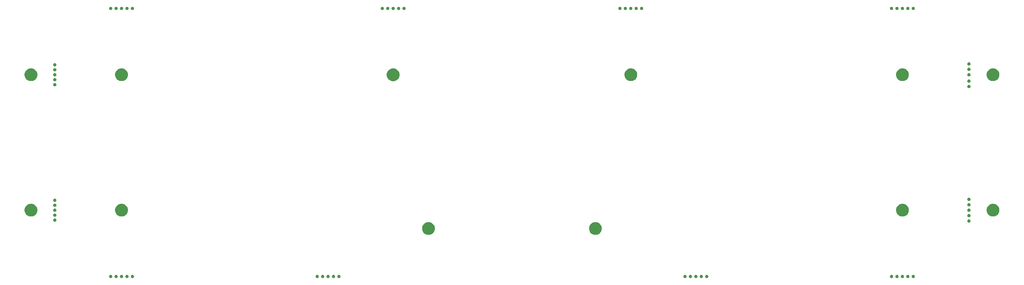
<source format=gbs>
G04 #@! TF.GenerationSoftware,KiCad,Pcbnew,(5.1.2-1)-1*
G04 #@! TF.CreationDate,2020-07-25T23:53:14-05:00*
G04 #@! TF.ProjectId,Dori_bottom_plate,446f7269-5f62-46f7-9474-6f6d5f706c61,rev?*
G04 #@! TF.SameCoordinates,Original*
G04 #@! TF.FileFunction,Soldermask,Bot*
G04 #@! TF.FilePolarity,Negative*
%FSLAX46Y46*%
G04 Gerber Fmt 4.6, Leading zero omitted, Abs format (unit mm)*
G04 Created by KiCad (PCBNEW (5.1.2-1)-1) date 2020-07-25 23:53:14*
%MOMM*%
%LPD*%
G04 APERTURE LIST*
%ADD10C,0.100000*%
G04 APERTURE END LIST*
D10*
G36*
X357985802Y-118231956D02*
G01*
X358067877Y-118265953D01*
X358067879Y-118265954D01*
X358105063Y-118290800D01*
X358141745Y-118315310D01*
X358204565Y-118378130D01*
X358253922Y-118451998D01*
X358287919Y-118534073D01*
X358305250Y-118621204D01*
X358305250Y-118710046D01*
X358287919Y-118797177D01*
X358253922Y-118879252D01*
X358253921Y-118879254D01*
X358204564Y-118953121D01*
X358141746Y-119015939D01*
X358067879Y-119065296D01*
X358067878Y-119065297D01*
X358067877Y-119065297D01*
X357985802Y-119099294D01*
X357898671Y-119116625D01*
X357809829Y-119116625D01*
X357722698Y-119099294D01*
X357640623Y-119065297D01*
X357640622Y-119065297D01*
X357640621Y-119065296D01*
X357566754Y-119015939D01*
X357503936Y-118953121D01*
X357454579Y-118879254D01*
X357454578Y-118879252D01*
X357420581Y-118797177D01*
X357403250Y-118710046D01*
X357403250Y-118621204D01*
X357420581Y-118534073D01*
X357454578Y-118451998D01*
X357503935Y-118378130D01*
X357566755Y-118315310D01*
X357603437Y-118290800D01*
X357640621Y-118265954D01*
X357640623Y-118265953D01*
X357722698Y-118231956D01*
X357809829Y-118214625D01*
X357898671Y-118214625D01*
X357985802Y-118231956D01*
X357985802Y-118231956D01*
G37*
G36*
X356461802Y-118231956D02*
G01*
X356543877Y-118265953D01*
X356543879Y-118265954D01*
X356581063Y-118290800D01*
X356617745Y-118315310D01*
X356680565Y-118378130D01*
X356729922Y-118451998D01*
X356763919Y-118534073D01*
X356781250Y-118621204D01*
X356781250Y-118710046D01*
X356763919Y-118797177D01*
X356729922Y-118879252D01*
X356729921Y-118879254D01*
X356680564Y-118953121D01*
X356617746Y-119015939D01*
X356543879Y-119065296D01*
X356543878Y-119065297D01*
X356543877Y-119065297D01*
X356461802Y-119099294D01*
X356374671Y-119116625D01*
X356285829Y-119116625D01*
X356198698Y-119099294D01*
X356116623Y-119065297D01*
X356116622Y-119065297D01*
X356116621Y-119065296D01*
X356042754Y-119015939D01*
X355979936Y-118953121D01*
X355930579Y-118879254D01*
X355930578Y-118879252D01*
X355896581Y-118797177D01*
X355879250Y-118710046D01*
X355879250Y-118621204D01*
X355896581Y-118534073D01*
X355930578Y-118451998D01*
X355979935Y-118378130D01*
X356042755Y-118315310D01*
X356079437Y-118290800D01*
X356116621Y-118265954D01*
X356116623Y-118265953D01*
X356198698Y-118231956D01*
X356285829Y-118214625D01*
X356374671Y-118214625D01*
X356461802Y-118231956D01*
X356461802Y-118231956D01*
G37*
G36*
X354937802Y-118231956D02*
G01*
X355019877Y-118265953D01*
X355019879Y-118265954D01*
X355057063Y-118290800D01*
X355093745Y-118315310D01*
X355156565Y-118378130D01*
X355205922Y-118451998D01*
X355239919Y-118534073D01*
X355257250Y-118621204D01*
X355257250Y-118710046D01*
X355239919Y-118797177D01*
X355205922Y-118879252D01*
X355205921Y-118879254D01*
X355156564Y-118953121D01*
X355093746Y-119015939D01*
X355019879Y-119065296D01*
X355019878Y-119065297D01*
X355019877Y-119065297D01*
X354937802Y-119099294D01*
X354850671Y-119116625D01*
X354761829Y-119116625D01*
X354674698Y-119099294D01*
X354592623Y-119065297D01*
X354592622Y-119065297D01*
X354592621Y-119065296D01*
X354518754Y-119015939D01*
X354455936Y-118953121D01*
X354406579Y-118879254D01*
X354406578Y-118879252D01*
X354372581Y-118797177D01*
X354355250Y-118710046D01*
X354355250Y-118621204D01*
X354372581Y-118534073D01*
X354406578Y-118451998D01*
X354455935Y-118378130D01*
X354518755Y-118315310D01*
X354555437Y-118290800D01*
X354592621Y-118265954D01*
X354592623Y-118265953D01*
X354674698Y-118231956D01*
X354761829Y-118214625D01*
X354850671Y-118214625D01*
X354937802Y-118231956D01*
X354937802Y-118231956D01*
G37*
G36*
X353413802Y-118231956D02*
G01*
X353495877Y-118265953D01*
X353495879Y-118265954D01*
X353533063Y-118290800D01*
X353569745Y-118315310D01*
X353632565Y-118378130D01*
X353681922Y-118451998D01*
X353715919Y-118534073D01*
X353733250Y-118621204D01*
X353733250Y-118710046D01*
X353715919Y-118797177D01*
X353681922Y-118879252D01*
X353681921Y-118879254D01*
X353632564Y-118953121D01*
X353569746Y-119015939D01*
X353495879Y-119065296D01*
X353495878Y-119065297D01*
X353495877Y-119065297D01*
X353413802Y-119099294D01*
X353326671Y-119116625D01*
X353237829Y-119116625D01*
X353150698Y-119099294D01*
X353068623Y-119065297D01*
X353068622Y-119065297D01*
X353068621Y-119065296D01*
X352994754Y-119015939D01*
X352931936Y-118953121D01*
X352882579Y-118879254D01*
X352882578Y-118879252D01*
X352848581Y-118797177D01*
X352831250Y-118710046D01*
X352831250Y-118621204D01*
X352848581Y-118534073D01*
X352882578Y-118451998D01*
X352931935Y-118378130D01*
X352994755Y-118315310D01*
X353031437Y-118290800D01*
X353068621Y-118265954D01*
X353068623Y-118265953D01*
X353150698Y-118231956D01*
X353237829Y-118214625D01*
X353326671Y-118214625D01*
X353413802Y-118231956D01*
X353413802Y-118231956D01*
G37*
G36*
X351889802Y-118231956D02*
G01*
X351971877Y-118265953D01*
X351971879Y-118265954D01*
X352009063Y-118290800D01*
X352045745Y-118315310D01*
X352108565Y-118378130D01*
X352157922Y-118451998D01*
X352191919Y-118534073D01*
X352209250Y-118621204D01*
X352209250Y-118710046D01*
X352191919Y-118797177D01*
X352157922Y-118879252D01*
X352157921Y-118879254D01*
X352108564Y-118953121D01*
X352045746Y-119015939D01*
X351971879Y-119065296D01*
X351971878Y-119065297D01*
X351971877Y-119065297D01*
X351889802Y-119099294D01*
X351802671Y-119116625D01*
X351713829Y-119116625D01*
X351626698Y-119099294D01*
X351544623Y-119065297D01*
X351544622Y-119065297D01*
X351544621Y-119065296D01*
X351470754Y-119015939D01*
X351407936Y-118953121D01*
X351358579Y-118879254D01*
X351358578Y-118879252D01*
X351324581Y-118797177D01*
X351307250Y-118710046D01*
X351307250Y-118621204D01*
X351324581Y-118534073D01*
X351358578Y-118451998D01*
X351407935Y-118378130D01*
X351470755Y-118315310D01*
X351507437Y-118290800D01*
X351544621Y-118265954D01*
X351544623Y-118265953D01*
X351626698Y-118231956D01*
X351713829Y-118214625D01*
X351802671Y-118214625D01*
X351889802Y-118231956D01*
X351889802Y-118231956D01*
G37*
G36*
X300042052Y-118231956D02*
G01*
X300124127Y-118265953D01*
X300124129Y-118265954D01*
X300161313Y-118290800D01*
X300197995Y-118315310D01*
X300260815Y-118378130D01*
X300310172Y-118451998D01*
X300344169Y-118534073D01*
X300361500Y-118621204D01*
X300361500Y-118710046D01*
X300344169Y-118797177D01*
X300310172Y-118879252D01*
X300310171Y-118879254D01*
X300260814Y-118953121D01*
X300197996Y-119015939D01*
X300124129Y-119065296D01*
X300124128Y-119065297D01*
X300124127Y-119065297D01*
X300042052Y-119099294D01*
X299954921Y-119116625D01*
X299866079Y-119116625D01*
X299778948Y-119099294D01*
X299696873Y-119065297D01*
X299696872Y-119065297D01*
X299696871Y-119065296D01*
X299623004Y-119015939D01*
X299560186Y-118953121D01*
X299510829Y-118879254D01*
X299510828Y-118879252D01*
X299476831Y-118797177D01*
X299459500Y-118710046D01*
X299459500Y-118621204D01*
X299476831Y-118534073D01*
X299510828Y-118451998D01*
X299560185Y-118378130D01*
X299623005Y-118315310D01*
X299659687Y-118290800D01*
X299696871Y-118265954D01*
X299696873Y-118265953D01*
X299778948Y-118231956D01*
X299866079Y-118214625D01*
X299954921Y-118214625D01*
X300042052Y-118231956D01*
X300042052Y-118231956D01*
G37*
G36*
X298518052Y-118231956D02*
G01*
X298600127Y-118265953D01*
X298600129Y-118265954D01*
X298637313Y-118290800D01*
X298673995Y-118315310D01*
X298736815Y-118378130D01*
X298786172Y-118451998D01*
X298820169Y-118534073D01*
X298837500Y-118621204D01*
X298837500Y-118710046D01*
X298820169Y-118797177D01*
X298786172Y-118879252D01*
X298786171Y-118879254D01*
X298736814Y-118953121D01*
X298673996Y-119015939D01*
X298600129Y-119065296D01*
X298600128Y-119065297D01*
X298600127Y-119065297D01*
X298518052Y-119099294D01*
X298430921Y-119116625D01*
X298342079Y-119116625D01*
X298254948Y-119099294D01*
X298172873Y-119065297D01*
X298172872Y-119065297D01*
X298172871Y-119065296D01*
X298099004Y-119015939D01*
X298036186Y-118953121D01*
X297986829Y-118879254D01*
X297986828Y-118879252D01*
X297952831Y-118797177D01*
X297935500Y-118710046D01*
X297935500Y-118621204D01*
X297952831Y-118534073D01*
X297986828Y-118451998D01*
X298036185Y-118378130D01*
X298099005Y-118315310D01*
X298135687Y-118290800D01*
X298172871Y-118265954D01*
X298172873Y-118265953D01*
X298254948Y-118231956D01*
X298342079Y-118214625D01*
X298430921Y-118214625D01*
X298518052Y-118231956D01*
X298518052Y-118231956D01*
G37*
G36*
X296994052Y-118231956D02*
G01*
X297076127Y-118265953D01*
X297076129Y-118265954D01*
X297113313Y-118290800D01*
X297149995Y-118315310D01*
X297212815Y-118378130D01*
X297262172Y-118451998D01*
X297296169Y-118534073D01*
X297313500Y-118621204D01*
X297313500Y-118710046D01*
X297296169Y-118797177D01*
X297262172Y-118879252D01*
X297262171Y-118879254D01*
X297212814Y-118953121D01*
X297149996Y-119015939D01*
X297076129Y-119065296D01*
X297076128Y-119065297D01*
X297076127Y-119065297D01*
X296994052Y-119099294D01*
X296906921Y-119116625D01*
X296818079Y-119116625D01*
X296730948Y-119099294D01*
X296648873Y-119065297D01*
X296648872Y-119065297D01*
X296648871Y-119065296D01*
X296575004Y-119015939D01*
X296512186Y-118953121D01*
X296462829Y-118879254D01*
X296462828Y-118879252D01*
X296428831Y-118797177D01*
X296411500Y-118710046D01*
X296411500Y-118621204D01*
X296428831Y-118534073D01*
X296462828Y-118451998D01*
X296512185Y-118378130D01*
X296575005Y-118315310D01*
X296611687Y-118290800D01*
X296648871Y-118265954D01*
X296648873Y-118265953D01*
X296730948Y-118231956D01*
X296818079Y-118214625D01*
X296906921Y-118214625D01*
X296994052Y-118231956D01*
X296994052Y-118231956D01*
G37*
G36*
X295470052Y-118231956D02*
G01*
X295552127Y-118265953D01*
X295552129Y-118265954D01*
X295589313Y-118290800D01*
X295625995Y-118315310D01*
X295688815Y-118378130D01*
X295738172Y-118451998D01*
X295772169Y-118534073D01*
X295789500Y-118621204D01*
X295789500Y-118710046D01*
X295772169Y-118797177D01*
X295738172Y-118879252D01*
X295738171Y-118879254D01*
X295688814Y-118953121D01*
X295625996Y-119015939D01*
X295552129Y-119065296D01*
X295552128Y-119065297D01*
X295552127Y-119065297D01*
X295470052Y-119099294D01*
X295382921Y-119116625D01*
X295294079Y-119116625D01*
X295206948Y-119099294D01*
X295124873Y-119065297D01*
X295124872Y-119065297D01*
X295124871Y-119065296D01*
X295051004Y-119015939D01*
X294988186Y-118953121D01*
X294938829Y-118879254D01*
X294938828Y-118879252D01*
X294904831Y-118797177D01*
X294887500Y-118710046D01*
X294887500Y-118621204D01*
X294904831Y-118534073D01*
X294938828Y-118451998D01*
X294988185Y-118378130D01*
X295051005Y-118315310D01*
X295087687Y-118290800D01*
X295124871Y-118265954D01*
X295124873Y-118265953D01*
X295206948Y-118231956D01*
X295294079Y-118214625D01*
X295382921Y-118214625D01*
X295470052Y-118231956D01*
X295470052Y-118231956D01*
G37*
G36*
X293946052Y-118231956D02*
G01*
X294028127Y-118265953D01*
X294028129Y-118265954D01*
X294065313Y-118290800D01*
X294101995Y-118315310D01*
X294164815Y-118378130D01*
X294214172Y-118451998D01*
X294248169Y-118534073D01*
X294265500Y-118621204D01*
X294265500Y-118710046D01*
X294248169Y-118797177D01*
X294214172Y-118879252D01*
X294214171Y-118879254D01*
X294164814Y-118953121D01*
X294101996Y-119015939D01*
X294028129Y-119065296D01*
X294028128Y-119065297D01*
X294028127Y-119065297D01*
X293946052Y-119099294D01*
X293858921Y-119116625D01*
X293770079Y-119116625D01*
X293682948Y-119099294D01*
X293600873Y-119065297D01*
X293600872Y-119065297D01*
X293600871Y-119065296D01*
X293527004Y-119015939D01*
X293464186Y-118953121D01*
X293414829Y-118879254D01*
X293414828Y-118879252D01*
X293380831Y-118797177D01*
X293363500Y-118710046D01*
X293363500Y-118621204D01*
X293380831Y-118534073D01*
X293414828Y-118451998D01*
X293464185Y-118378130D01*
X293527005Y-118315310D01*
X293563687Y-118290800D01*
X293600871Y-118265954D01*
X293600873Y-118265953D01*
X293682948Y-118231956D01*
X293770079Y-118214625D01*
X293858921Y-118214625D01*
X293946052Y-118231956D01*
X293946052Y-118231956D01*
G37*
G36*
X196854552Y-118231956D02*
G01*
X196936627Y-118265953D01*
X196936629Y-118265954D01*
X196973813Y-118290800D01*
X197010495Y-118315310D01*
X197073315Y-118378130D01*
X197122672Y-118451998D01*
X197156669Y-118534073D01*
X197174000Y-118621204D01*
X197174000Y-118710046D01*
X197156669Y-118797177D01*
X197122672Y-118879252D01*
X197122671Y-118879254D01*
X197073314Y-118953121D01*
X197010496Y-119015939D01*
X196936629Y-119065296D01*
X196936628Y-119065297D01*
X196936627Y-119065297D01*
X196854552Y-119099294D01*
X196767421Y-119116625D01*
X196678579Y-119116625D01*
X196591448Y-119099294D01*
X196509373Y-119065297D01*
X196509372Y-119065297D01*
X196509371Y-119065296D01*
X196435504Y-119015939D01*
X196372686Y-118953121D01*
X196323329Y-118879254D01*
X196323328Y-118879252D01*
X196289331Y-118797177D01*
X196272000Y-118710046D01*
X196272000Y-118621204D01*
X196289331Y-118534073D01*
X196323328Y-118451998D01*
X196372685Y-118378130D01*
X196435505Y-118315310D01*
X196472187Y-118290800D01*
X196509371Y-118265954D01*
X196509373Y-118265953D01*
X196591448Y-118231956D01*
X196678579Y-118214625D01*
X196767421Y-118214625D01*
X196854552Y-118231956D01*
X196854552Y-118231956D01*
G37*
G36*
X195330552Y-118231956D02*
G01*
X195412627Y-118265953D01*
X195412629Y-118265954D01*
X195449813Y-118290800D01*
X195486495Y-118315310D01*
X195549315Y-118378130D01*
X195598672Y-118451998D01*
X195632669Y-118534073D01*
X195650000Y-118621204D01*
X195650000Y-118710046D01*
X195632669Y-118797177D01*
X195598672Y-118879252D01*
X195598671Y-118879254D01*
X195549314Y-118953121D01*
X195486496Y-119015939D01*
X195412629Y-119065296D01*
X195412628Y-119065297D01*
X195412627Y-119065297D01*
X195330552Y-119099294D01*
X195243421Y-119116625D01*
X195154579Y-119116625D01*
X195067448Y-119099294D01*
X194985373Y-119065297D01*
X194985372Y-119065297D01*
X194985371Y-119065296D01*
X194911504Y-119015939D01*
X194848686Y-118953121D01*
X194799329Y-118879254D01*
X194799328Y-118879252D01*
X194765331Y-118797177D01*
X194748000Y-118710046D01*
X194748000Y-118621204D01*
X194765331Y-118534073D01*
X194799328Y-118451998D01*
X194848685Y-118378130D01*
X194911505Y-118315310D01*
X194948187Y-118290800D01*
X194985371Y-118265954D01*
X194985373Y-118265953D01*
X195067448Y-118231956D01*
X195154579Y-118214625D01*
X195243421Y-118214625D01*
X195330552Y-118231956D01*
X195330552Y-118231956D01*
G37*
G36*
X193806552Y-118231956D02*
G01*
X193888627Y-118265953D01*
X193888629Y-118265954D01*
X193925813Y-118290800D01*
X193962495Y-118315310D01*
X194025315Y-118378130D01*
X194074672Y-118451998D01*
X194108669Y-118534073D01*
X194126000Y-118621204D01*
X194126000Y-118710046D01*
X194108669Y-118797177D01*
X194074672Y-118879252D01*
X194074671Y-118879254D01*
X194025314Y-118953121D01*
X193962496Y-119015939D01*
X193888629Y-119065296D01*
X193888628Y-119065297D01*
X193888627Y-119065297D01*
X193806552Y-119099294D01*
X193719421Y-119116625D01*
X193630579Y-119116625D01*
X193543448Y-119099294D01*
X193461373Y-119065297D01*
X193461372Y-119065297D01*
X193461371Y-119065296D01*
X193387504Y-119015939D01*
X193324686Y-118953121D01*
X193275329Y-118879254D01*
X193275328Y-118879252D01*
X193241331Y-118797177D01*
X193224000Y-118710046D01*
X193224000Y-118621204D01*
X193241331Y-118534073D01*
X193275328Y-118451998D01*
X193324685Y-118378130D01*
X193387505Y-118315310D01*
X193424187Y-118290800D01*
X193461371Y-118265954D01*
X193461373Y-118265953D01*
X193543448Y-118231956D01*
X193630579Y-118214625D01*
X193719421Y-118214625D01*
X193806552Y-118231956D01*
X193806552Y-118231956D01*
G37*
G36*
X192282552Y-118231956D02*
G01*
X192364627Y-118265953D01*
X192364629Y-118265954D01*
X192401813Y-118290800D01*
X192438495Y-118315310D01*
X192501315Y-118378130D01*
X192550672Y-118451998D01*
X192584669Y-118534073D01*
X192602000Y-118621204D01*
X192602000Y-118710046D01*
X192584669Y-118797177D01*
X192550672Y-118879252D01*
X192550671Y-118879254D01*
X192501314Y-118953121D01*
X192438496Y-119015939D01*
X192364629Y-119065296D01*
X192364628Y-119065297D01*
X192364627Y-119065297D01*
X192282552Y-119099294D01*
X192195421Y-119116625D01*
X192106579Y-119116625D01*
X192019448Y-119099294D01*
X191937373Y-119065297D01*
X191937372Y-119065297D01*
X191937371Y-119065296D01*
X191863504Y-119015939D01*
X191800686Y-118953121D01*
X191751329Y-118879254D01*
X191751328Y-118879252D01*
X191717331Y-118797177D01*
X191700000Y-118710046D01*
X191700000Y-118621204D01*
X191717331Y-118534073D01*
X191751328Y-118451998D01*
X191800685Y-118378130D01*
X191863505Y-118315310D01*
X191900187Y-118290800D01*
X191937371Y-118265954D01*
X191937373Y-118265953D01*
X192019448Y-118231956D01*
X192106579Y-118214625D01*
X192195421Y-118214625D01*
X192282552Y-118231956D01*
X192282552Y-118231956D01*
G37*
G36*
X190758552Y-118231956D02*
G01*
X190840627Y-118265953D01*
X190840629Y-118265954D01*
X190877813Y-118290800D01*
X190914495Y-118315310D01*
X190977315Y-118378130D01*
X191026672Y-118451998D01*
X191060669Y-118534073D01*
X191078000Y-118621204D01*
X191078000Y-118710046D01*
X191060669Y-118797177D01*
X191026672Y-118879252D01*
X191026671Y-118879254D01*
X190977314Y-118953121D01*
X190914496Y-119015939D01*
X190840629Y-119065296D01*
X190840628Y-119065297D01*
X190840627Y-119065297D01*
X190758552Y-119099294D01*
X190671421Y-119116625D01*
X190582579Y-119116625D01*
X190495448Y-119099294D01*
X190413373Y-119065297D01*
X190413372Y-119065297D01*
X190413371Y-119065296D01*
X190339504Y-119015939D01*
X190276686Y-118953121D01*
X190227329Y-118879254D01*
X190227328Y-118879252D01*
X190193331Y-118797177D01*
X190176000Y-118710046D01*
X190176000Y-118621204D01*
X190193331Y-118534073D01*
X190227328Y-118451998D01*
X190276685Y-118378130D01*
X190339505Y-118315310D01*
X190376187Y-118290800D01*
X190413371Y-118265954D01*
X190413373Y-118265953D01*
X190495448Y-118231956D01*
X190582579Y-118214625D01*
X190671421Y-118214625D01*
X190758552Y-118231956D01*
X190758552Y-118231956D01*
G37*
G36*
X138910802Y-118231956D02*
G01*
X138992877Y-118265953D01*
X138992879Y-118265954D01*
X139030063Y-118290800D01*
X139066745Y-118315310D01*
X139129565Y-118378130D01*
X139178922Y-118451998D01*
X139212919Y-118534073D01*
X139230250Y-118621204D01*
X139230250Y-118710046D01*
X139212919Y-118797177D01*
X139178922Y-118879252D01*
X139178921Y-118879254D01*
X139129564Y-118953121D01*
X139066746Y-119015939D01*
X138992879Y-119065296D01*
X138992878Y-119065297D01*
X138992877Y-119065297D01*
X138910802Y-119099294D01*
X138823671Y-119116625D01*
X138734829Y-119116625D01*
X138647698Y-119099294D01*
X138565623Y-119065297D01*
X138565622Y-119065297D01*
X138565621Y-119065296D01*
X138491754Y-119015939D01*
X138428936Y-118953121D01*
X138379579Y-118879254D01*
X138379578Y-118879252D01*
X138345581Y-118797177D01*
X138328250Y-118710046D01*
X138328250Y-118621204D01*
X138345581Y-118534073D01*
X138379578Y-118451998D01*
X138428935Y-118378130D01*
X138491755Y-118315310D01*
X138528437Y-118290800D01*
X138565621Y-118265954D01*
X138565623Y-118265953D01*
X138647698Y-118231956D01*
X138734829Y-118214625D01*
X138823671Y-118214625D01*
X138910802Y-118231956D01*
X138910802Y-118231956D01*
G37*
G36*
X137386802Y-118231956D02*
G01*
X137468877Y-118265953D01*
X137468879Y-118265954D01*
X137506063Y-118290800D01*
X137542745Y-118315310D01*
X137605565Y-118378130D01*
X137654922Y-118451998D01*
X137688919Y-118534073D01*
X137706250Y-118621204D01*
X137706250Y-118710046D01*
X137688919Y-118797177D01*
X137654922Y-118879252D01*
X137654921Y-118879254D01*
X137605564Y-118953121D01*
X137542746Y-119015939D01*
X137468879Y-119065296D01*
X137468878Y-119065297D01*
X137468877Y-119065297D01*
X137386802Y-119099294D01*
X137299671Y-119116625D01*
X137210829Y-119116625D01*
X137123698Y-119099294D01*
X137041623Y-119065297D01*
X137041622Y-119065297D01*
X137041621Y-119065296D01*
X136967754Y-119015939D01*
X136904936Y-118953121D01*
X136855579Y-118879254D01*
X136855578Y-118879252D01*
X136821581Y-118797177D01*
X136804250Y-118710046D01*
X136804250Y-118621204D01*
X136821581Y-118534073D01*
X136855578Y-118451998D01*
X136904935Y-118378130D01*
X136967755Y-118315310D01*
X137004437Y-118290800D01*
X137041621Y-118265954D01*
X137041623Y-118265953D01*
X137123698Y-118231956D01*
X137210829Y-118214625D01*
X137299671Y-118214625D01*
X137386802Y-118231956D01*
X137386802Y-118231956D01*
G37*
G36*
X135862802Y-118231956D02*
G01*
X135944877Y-118265953D01*
X135944879Y-118265954D01*
X135982063Y-118290800D01*
X136018745Y-118315310D01*
X136081565Y-118378130D01*
X136130922Y-118451998D01*
X136164919Y-118534073D01*
X136182250Y-118621204D01*
X136182250Y-118710046D01*
X136164919Y-118797177D01*
X136130922Y-118879252D01*
X136130921Y-118879254D01*
X136081564Y-118953121D01*
X136018746Y-119015939D01*
X135944879Y-119065296D01*
X135944878Y-119065297D01*
X135944877Y-119065297D01*
X135862802Y-119099294D01*
X135775671Y-119116625D01*
X135686829Y-119116625D01*
X135599698Y-119099294D01*
X135517623Y-119065297D01*
X135517622Y-119065297D01*
X135517621Y-119065296D01*
X135443754Y-119015939D01*
X135380936Y-118953121D01*
X135331579Y-118879254D01*
X135331578Y-118879252D01*
X135297581Y-118797177D01*
X135280250Y-118710046D01*
X135280250Y-118621204D01*
X135297581Y-118534073D01*
X135331578Y-118451998D01*
X135380935Y-118378130D01*
X135443755Y-118315310D01*
X135480437Y-118290800D01*
X135517621Y-118265954D01*
X135517623Y-118265953D01*
X135599698Y-118231956D01*
X135686829Y-118214625D01*
X135775671Y-118214625D01*
X135862802Y-118231956D01*
X135862802Y-118231956D01*
G37*
G36*
X134338802Y-118231956D02*
G01*
X134420877Y-118265953D01*
X134420879Y-118265954D01*
X134458063Y-118290800D01*
X134494745Y-118315310D01*
X134557565Y-118378130D01*
X134606922Y-118451998D01*
X134640919Y-118534073D01*
X134658250Y-118621204D01*
X134658250Y-118710046D01*
X134640919Y-118797177D01*
X134606922Y-118879252D01*
X134606921Y-118879254D01*
X134557564Y-118953121D01*
X134494746Y-119015939D01*
X134420879Y-119065296D01*
X134420878Y-119065297D01*
X134420877Y-119065297D01*
X134338802Y-119099294D01*
X134251671Y-119116625D01*
X134162829Y-119116625D01*
X134075698Y-119099294D01*
X133993623Y-119065297D01*
X133993622Y-119065297D01*
X133993621Y-119065296D01*
X133919754Y-119015939D01*
X133856936Y-118953121D01*
X133807579Y-118879254D01*
X133807578Y-118879252D01*
X133773581Y-118797177D01*
X133756250Y-118710046D01*
X133756250Y-118621204D01*
X133773581Y-118534073D01*
X133807578Y-118451998D01*
X133856935Y-118378130D01*
X133919755Y-118315310D01*
X133956437Y-118290800D01*
X133993621Y-118265954D01*
X133993623Y-118265953D01*
X134075698Y-118231956D01*
X134162829Y-118214625D01*
X134251671Y-118214625D01*
X134338802Y-118231956D01*
X134338802Y-118231956D01*
G37*
G36*
X132814802Y-118231956D02*
G01*
X132896877Y-118265953D01*
X132896879Y-118265954D01*
X132934063Y-118290800D01*
X132970745Y-118315310D01*
X133033565Y-118378130D01*
X133082922Y-118451998D01*
X133116919Y-118534073D01*
X133134250Y-118621204D01*
X133134250Y-118710046D01*
X133116919Y-118797177D01*
X133082922Y-118879252D01*
X133082921Y-118879254D01*
X133033564Y-118953121D01*
X132970746Y-119015939D01*
X132896879Y-119065296D01*
X132896878Y-119065297D01*
X132896877Y-119065297D01*
X132814802Y-119099294D01*
X132727671Y-119116625D01*
X132638829Y-119116625D01*
X132551698Y-119099294D01*
X132469623Y-119065297D01*
X132469622Y-119065297D01*
X132469621Y-119065296D01*
X132395754Y-119015939D01*
X132332936Y-118953121D01*
X132283579Y-118879254D01*
X132283578Y-118879252D01*
X132249581Y-118797177D01*
X132232250Y-118710046D01*
X132232250Y-118621204D01*
X132249581Y-118534073D01*
X132283578Y-118451998D01*
X132332935Y-118378130D01*
X132395755Y-118315310D01*
X132432437Y-118290800D01*
X132469621Y-118265954D01*
X132469623Y-118265953D01*
X132551698Y-118231956D01*
X132638829Y-118214625D01*
X132727671Y-118214625D01*
X132814802Y-118231956D01*
X132814802Y-118231956D01*
G37*
G36*
X222378456Y-103440086D02*
G01*
X222706217Y-103575849D01*
X223001195Y-103772947D01*
X223252053Y-104023805D01*
X223449151Y-104318783D01*
X223584914Y-104646544D01*
X223654125Y-104994491D01*
X223654125Y-105349259D01*
X223584914Y-105697206D01*
X223449151Y-106024967D01*
X223252053Y-106319945D01*
X223001195Y-106570803D01*
X222706217Y-106767901D01*
X222378456Y-106903664D01*
X222030509Y-106972875D01*
X221675741Y-106972875D01*
X221327794Y-106903664D01*
X221000033Y-106767901D01*
X220705055Y-106570803D01*
X220454197Y-106319945D01*
X220257099Y-106024967D01*
X220121336Y-105697206D01*
X220052125Y-105349259D01*
X220052125Y-104994491D01*
X220121336Y-104646544D01*
X220257099Y-104318783D01*
X220454197Y-104023805D01*
X220705055Y-103772947D01*
X221000033Y-103575849D01*
X221327794Y-103440086D01*
X221675741Y-103370875D01*
X222030509Y-103370875D01*
X222378456Y-103440086D01*
X222378456Y-103440086D01*
G37*
G36*
X269209706Y-103440086D02*
G01*
X269537467Y-103575849D01*
X269832445Y-103772947D01*
X270083303Y-104023805D01*
X270280401Y-104318783D01*
X270416164Y-104646544D01*
X270485375Y-104994491D01*
X270485375Y-105349259D01*
X270416164Y-105697206D01*
X270280401Y-106024967D01*
X270083303Y-106319945D01*
X269832445Y-106570803D01*
X269537467Y-106767901D01*
X269209706Y-106903664D01*
X268861759Y-106972875D01*
X268506991Y-106972875D01*
X268159044Y-106903664D01*
X267831283Y-106767901D01*
X267536305Y-106570803D01*
X267285447Y-106319945D01*
X267088349Y-106024967D01*
X266952586Y-105697206D01*
X266883375Y-105349259D01*
X266883375Y-104994491D01*
X266952586Y-104646544D01*
X267088349Y-104318783D01*
X267285447Y-104023805D01*
X267536305Y-103772947D01*
X267831283Y-103575849D01*
X268159044Y-103440086D01*
X268506991Y-103370875D01*
X268861759Y-103370875D01*
X269209706Y-103440086D01*
X269209706Y-103440086D01*
G37*
G36*
X373590927Y-102626831D02*
G01*
X373673002Y-102660828D01*
X373673004Y-102660829D01*
X373694134Y-102674948D01*
X373746870Y-102710185D01*
X373809690Y-102773005D01*
X373859047Y-102846873D01*
X373893044Y-102928948D01*
X373910375Y-103016079D01*
X373910375Y-103104921D01*
X373893044Y-103192052D01*
X373873113Y-103240168D01*
X373859046Y-103274129D01*
X373809689Y-103347996D01*
X373746871Y-103410814D01*
X373673004Y-103460171D01*
X373673003Y-103460172D01*
X373673002Y-103460172D01*
X373590927Y-103494169D01*
X373503796Y-103511500D01*
X373414954Y-103511500D01*
X373327823Y-103494169D01*
X373245748Y-103460172D01*
X373245747Y-103460172D01*
X373245746Y-103460171D01*
X373171879Y-103410814D01*
X373109061Y-103347996D01*
X373059704Y-103274129D01*
X373045637Y-103240168D01*
X373025706Y-103192052D01*
X373008375Y-103104921D01*
X373008375Y-103016079D01*
X373025706Y-102928948D01*
X373059703Y-102846873D01*
X373109060Y-102773005D01*
X373171880Y-102710185D01*
X373224616Y-102674948D01*
X373245746Y-102660829D01*
X373245748Y-102660828D01*
X373327823Y-102626831D01*
X373414954Y-102609500D01*
X373503796Y-102609500D01*
X373590927Y-102626831D01*
X373590927Y-102626831D01*
G37*
G36*
X117137445Y-102372831D02*
G01*
X117219520Y-102406828D01*
X117219522Y-102406829D01*
X117256706Y-102431675D01*
X117293388Y-102456185D01*
X117356208Y-102519005D01*
X117405565Y-102592873D01*
X117439562Y-102674948D01*
X117456893Y-102762079D01*
X117456893Y-102850921D01*
X117439562Y-102938052D01*
X117407242Y-103016079D01*
X117405564Y-103020129D01*
X117356207Y-103093996D01*
X117293389Y-103156814D01*
X117219522Y-103206171D01*
X117219521Y-103206172D01*
X117219520Y-103206172D01*
X117137445Y-103240169D01*
X117050314Y-103257500D01*
X116961472Y-103257500D01*
X116874341Y-103240169D01*
X116792266Y-103206172D01*
X116792265Y-103206172D01*
X116792264Y-103206171D01*
X116718397Y-103156814D01*
X116655579Y-103093996D01*
X116606222Y-103020129D01*
X116604544Y-103016079D01*
X116572224Y-102938052D01*
X116554893Y-102850921D01*
X116554893Y-102762079D01*
X116572224Y-102674948D01*
X116606221Y-102592873D01*
X116655578Y-102519005D01*
X116718398Y-102456185D01*
X116755080Y-102431675D01*
X116792264Y-102406829D01*
X116792266Y-102406828D01*
X116874341Y-102372831D01*
X116961472Y-102355500D01*
X117050314Y-102355500D01*
X117137445Y-102372831D01*
X117137445Y-102372831D01*
G37*
G36*
X373590927Y-101102831D02*
G01*
X373673002Y-101136828D01*
X373673004Y-101136829D01*
X373708534Y-101160570D01*
X373746870Y-101186185D01*
X373809690Y-101249005D01*
X373859047Y-101322873D01*
X373893044Y-101404948D01*
X373910375Y-101492079D01*
X373910375Y-101580921D01*
X373893044Y-101668052D01*
X373861465Y-101744289D01*
X373859046Y-101750129D01*
X373852574Y-101759815D01*
X373816703Y-101813500D01*
X373809689Y-101823996D01*
X373746871Y-101886814D01*
X373673004Y-101936171D01*
X373673003Y-101936172D01*
X373673002Y-101936172D01*
X373590927Y-101970169D01*
X373503796Y-101987500D01*
X373414954Y-101987500D01*
X373327823Y-101970169D01*
X373245748Y-101936172D01*
X373245747Y-101936172D01*
X373245746Y-101936171D01*
X373171879Y-101886814D01*
X373109061Y-101823996D01*
X373102048Y-101813500D01*
X373066176Y-101759815D01*
X373059704Y-101750129D01*
X373057285Y-101744289D01*
X373025706Y-101668052D01*
X373008375Y-101580921D01*
X373008375Y-101492079D01*
X373025706Y-101404948D01*
X373059703Y-101322873D01*
X373109060Y-101249005D01*
X373171880Y-101186185D01*
X373210216Y-101160570D01*
X373245746Y-101136829D01*
X373245748Y-101136828D01*
X373327823Y-101102831D01*
X373414954Y-101085500D01*
X373503796Y-101085500D01*
X373590927Y-101102831D01*
X373590927Y-101102831D01*
G37*
G36*
X117137445Y-100975831D02*
G01*
X117219520Y-101009828D01*
X117219522Y-101009829D01*
X117293389Y-101059186D01*
X117356207Y-101122004D01*
X117399093Y-101186186D01*
X117405565Y-101195873D01*
X117439562Y-101277948D01*
X117456893Y-101365079D01*
X117456893Y-101453921D01*
X117439562Y-101541052D01*
X117411613Y-101608525D01*
X117405564Y-101623129D01*
X117356207Y-101696996D01*
X117293389Y-101759814D01*
X117219522Y-101809171D01*
X117219521Y-101809172D01*
X117219520Y-101809172D01*
X117137445Y-101843169D01*
X117050314Y-101860500D01*
X116961472Y-101860500D01*
X116874341Y-101843169D01*
X116792266Y-101809172D01*
X116792265Y-101809172D01*
X116792264Y-101809171D01*
X116718397Y-101759814D01*
X116655579Y-101696996D01*
X116606222Y-101623129D01*
X116600173Y-101608525D01*
X116572224Y-101541052D01*
X116554893Y-101453921D01*
X116554893Y-101365079D01*
X116572224Y-101277948D01*
X116606221Y-101195873D01*
X116612694Y-101186186D01*
X116655579Y-101122004D01*
X116718397Y-101059186D01*
X116792264Y-101009829D01*
X116792266Y-101009828D01*
X116874341Y-100975831D01*
X116961472Y-100958500D01*
X117050314Y-100958500D01*
X117137445Y-100975831D01*
X117137445Y-100975831D01*
G37*
G36*
X380731581Y-98280711D02*
G01*
X381059342Y-98416474D01*
X381354320Y-98613572D01*
X381605178Y-98864430D01*
X381802276Y-99159408D01*
X381938039Y-99487169D01*
X382007250Y-99835116D01*
X382007250Y-100189884D01*
X381938039Y-100537831D01*
X381802276Y-100865592D01*
X381605178Y-101160570D01*
X381354320Y-101411428D01*
X381059342Y-101608526D01*
X380731581Y-101744289D01*
X380383634Y-101813500D01*
X380028866Y-101813500D01*
X379680919Y-101744289D01*
X379353158Y-101608526D01*
X379058180Y-101411428D01*
X378807322Y-101160570D01*
X378610224Y-100865592D01*
X378474461Y-100537831D01*
X378405250Y-100189884D01*
X378405250Y-99835116D01*
X378474461Y-99487169D01*
X378610224Y-99159408D01*
X378807322Y-98864430D01*
X379058180Y-98613572D01*
X379353158Y-98416474D01*
X379680919Y-98280711D01*
X380028866Y-98211500D01*
X380383634Y-98211500D01*
X380731581Y-98280711D01*
X380731581Y-98280711D01*
G37*
G36*
X355331581Y-98280711D02*
G01*
X355659342Y-98416474D01*
X355954320Y-98613572D01*
X356205178Y-98864430D01*
X356402276Y-99159408D01*
X356538039Y-99487169D01*
X356607250Y-99835116D01*
X356607250Y-100189884D01*
X356538039Y-100537831D01*
X356402276Y-100865592D01*
X356205178Y-101160570D01*
X355954320Y-101411428D01*
X355659342Y-101608526D01*
X355331581Y-101744289D01*
X354983634Y-101813500D01*
X354628866Y-101813500D01*
X354280919Y-101744289D01*
X353953158Y-101608526D01*
X353658180Y-101411428D01*
X353407322Y-101160570D01*
X353210224Y-100865592D01*
X353074461Y-100537831D01*
X353005250Y-100189884D01*
X353005250Y-99835116D01*
X353074461Y-99487169D01*
X353210224Y-99159408D01*
X353407322Y-98864430D01*
X353658180Y-98613572D01*
X353953158Y-98416474D01*
X354280919Y-98280711D01*
X354628866Y-98211500D01*
X354983634Y-98211500D01*
X355331581Y-98280711D01*
X355331581Y-98280711D01*
G37*
G36*
X136256581Y-98280711D02*
G01*
X136584342Y-98416474D01*
X136879320Y-98613572D01*
X137130178Y-98864430D01*
X137327276Y-99159408D01*
X137463039Y-99487169D01*
X137532250Y-99835116D01*
X137532250Y-100189884D01*
X137463039Y-100537831D01*
X137327276Y-100865592D01*
X137130178Y-101160570D01*
X136879320Y-101411428D01*
X136584342Y-101608526D01*
X136256581Y-101744289D01*
X135908634Y-101813500D01*
X135553866Y-101813500D01*
X135205919Y-101744289D01*
X134878158Y-101608526D01*
X134583180Y-101411428D01*
X134332322Y-101160570D01*
X134135224Y-100865592D01*
X133999461Y-100537831D01*
X133930250Y-100189884D01*
X133930250Y-99835116D01*
X133999461Y-99487169D01*
X134135224Y-99159408D01*
X134332322Y-98864430D01*
X134583180Y-98613572D01*
X134878158Y-98416474D01*
X135205919Y-98280711D01*
X135553866Y-98211500D01*
X135908634Y-98211500D01*
X136256581Y-98280711D01*
X136256581Y-98280711D01*
G37*
G36*
X110856581Y-98280711D02*
G01*
X111184342Y-98416474D01*
X111479320Y-98613572D01*
X111730178Y-98864430D01*
X111927276Y-99159408D01*
X112063039Y-99487169D01*
X112132250Y-99835116D01*
X112132250Y-100189884D01*
X112063039Y-100537831D01*
X111927276Y-100865592D01*
X111730178Y-101160570D01*
X111479320Y-101411428D01*
X111184342Y-101608526D01*
X110856581Y-101744289D01*
X110508634Y-101813500D01*
X110153866Y-101813500D01*
X109805919Y-101744289D01*
X109478158Y-101608526D01*
X109183180Y-101411428D01*
X108932322Y-101160570D01*
X108735224Y-100865592D01*
X108599461Y-100537831D01*
X108530250Y-100189884D01*
X108530250Y-99835116D01*
X108599461Y-99487169D01*
X108735224Y-99159408D01*
X108932322Y-98864430D01*
X109183180Y-98613572D01*
X109478158Y-98416474D01*
X109805919Y-98280711D01*
X110153866Y-98211500D01*
X110508634Y-98211500D01*
X110856581Y-98280711D01*
X110856581Y-98280711D01*
G37*
G36*
X117137445Y-99578831D02*
G01*
X117219520Y-99612828D01*
X117219522Y-99612829D01*
X117256706Y-99637675D01*
X117293388Y-99662185D01*
X117356208Y-99725005D01*
X117405565Y-99798873D01*
X117439562Y-99880948D01*
X117456893Y-99968079D01*
X117456893Y-100056921D01*
X117439562Y-100144052D01*
X117405565Y-100226127D01*
X117405564Y-100226129D01*
X117356207Y-100299996D01*
X117293389Y-100362814D01*
X117219522Y-100412171D01*
X117219521Y-100412172D01*
X117219520Y-100412172D01*
X117137445Y-100446169D01*
X117050314Y-100463500D01*
X116961472Y-100463500D01*
X116874341Y-100446169D01*
X116792266Y-100412172D01*
X116792265Y-100412172D01*
X116792264Y-100412171D01*
X116718397Y-100362814D01*
X116655579Y-100299996D01*
X116606222Y-100226129D01*
X116606221Y-100226127D01*
X116572224Y-100144052D01*
X116554893Y-100056921D01*
X116554893Y-99968079D01*
X116572224Y-99880948D01*
X116606221Y-99798873D01*
X116655578Y-99725005D01*
X116718398Y-99662185D01*
X116755080Y-99637675D01*
X116792264Y-99612829D01*
X116792266Y-99612828D01*
X116874341Y-99578831D01*
X116961472Y-99561500D01*
X117050314Y-99561500D01*
X117137445Y-99578831D01*
X117137445Y-99578831D01*
G37*
G36*
X373590927Y-99578831D02*
G01*
X373673002Y-99612828D01*
X373673004Y-99612829D01*
X373710188Y-99637675D01*
X373746870Y-99662185D01*
X373809690Y-99725005D01*
X373859047Y-99798873D01*
X373893044Y-99880948D01*
X373910375Y-99968079D01*
X373910375Y-100056921D01*
X373893044Y-100144052D01*
X373859047Y-100226127D01*
X373859046Y-100226129D01*
X373809689Y-100299996D01*
X373746871Y-100362814D01*
X373673004Y-100412171D01*
X373673003Y-100412172D01*
X373673002Y-100412172D01*
X373590927Y-100446169D01*
X373503796Y-100463500D01*
X373414954Y-100463500D01*
X373327823Y-100446169D01*
X373245748Y-100412172D01*
X373245747Y-100412172D01*
X373245746Y-100412171D01*
X373171879Y-100362814D01*
X373109061Y-100299996D01*
X373059704Y-100226129D01*
X373059703Y-100226127D01*
X373025706Y-100144052D01*
X373008375Y-100056921D01*
X373008375Y-99968079D01*
X373025706Y-99880948D01*
X373059703Y-99798873D01*
X373109060Y-99725005D01*
X373171880Y-99662185D01*
X373208562Y-99637675D01*
X373245746Y-99612829D01*
X373245748Y-99612828D01*
X373327823Y-99578831D01*
X373414954Y-99561500D01*
X373503796Y-99561500D01*
X373590927Y-99578831D01*
X373590927Y-99578831D01*
G37*
G36*
X117137445Y-98181831D02*
G01*
X117209071Y-98211500D01*
X117219522Y-98215829D01*
X117256706Y-98240675D01*
X117293388Y-98265185D01*
X117356208Y-98328005D01*
X117405565Y-98401873D01*
X117439562Y-98483948D01*
X117456893Y-98571079D01*
X117456893Y-98659921D01*
X117439562Y-98747052D01*
X117405565Y-98829127D01*
X117405564Y-98829129D01*
X117356207Y-98902996D01*
X117293389Y-98965814D01*
X117219522Y-99015171D01*
X117219521Y-99015172D01*
X117219520Y-99015172D01*
X117137445Y-99049169D01*
X117050314Y-99066500D01*
X116961472Y-99066500D01*
X116874341Y-99049169D01*
X116792266Y-99015172D01*
X116792265Y-99015172D01*
X116792264Y-99015171D01*
X116718397Y-98965814D01*
X116655579Y-98902996D01*
X116606222Y-98829129D01*
X116606221Y-98829127D01*
X116572224Y-98747052D01*
X116554893Y-98659921D01*
X116554893Y-98571079D01*
X116572224Y-98483948D01*
X116606221Y-98401873D01*
X116655578Y-98328005D01*
X116718398Y-98265185D01*
X116755080Y-98240675D01*
X116792264Y-98215829D01*
X116802715Y-98211500D01*
X116874341Y-98181831D01*
X116961472Y-98164500D01*
X117050314Y-98164500D01*
X117137445Y-98181831D01*
X117137445Y-98181831D01*
G37*
G36*
X373590927Y-98054831D02*
G01*
X373673002Y-98088828D01*
X373673004Y-98088829D01*
X373710188Y-98113675D01*
X373746870Y-98138185D01*
X373809690Y-98201005D01*
X373819594Y-98215828D01*
X373852575Y-98265186D01*
X373859047Y-98274873D01*
X373893044Y-98356948D01*
X373910375Y-98444079D01*
X373910375Y-98532921D01*
X373893044Y-98620052D01*
X373859047Y-98702127D01*
X373859046Y-98702129D01*
X373809689Y-98775996D01*
X373746871Y-98838814D01*
X373673004Y-98888171D01*
X373673003Y-98888172D01*
X373673002Y-98888172D01*
X373590927Y-98922169D01*
X373503796Y-98939500D01*
X373414954Y-98939500D01*
X373327823Y-98922169D01*
X373245748Y-98888172D01*
X373245747Y-98888172D01*
X373245746Y-98888171D01*
X373171879Y-98838814D01*
X373109061Y-98775996D01*
X373059704Y-98702129D01*
X373059703Y-98702127D01*
X373025706Y-98620052D01*
X373008375Y-98532921D01*
X373008375Y-98444079D01*
X373025706Y-98356948D01*
X373059703Y-98274873D01*
X373066176Y-98265186D01*
X373099156Y-98215828D01*
X373109060Y-98201005D01*
X373171880Y-98138185D01*
X373208562Y-98113675D01*
X373245746Y-98088829D01*
X373245748Y-98088828D01*
X373327823Y-98054831D01*
X373414954Y-98037500D01*
X373503796Y-98037500D01*
X373590927Y-98054831D01*
X373590927Y-98054831D01*
G37*
G36*
X117137445Y-96784831D02*
G01*
X117219520Y-96818828D01*
X117219522Y-96818829D01*
X117240652Y-96832948D01*
X117293388Y-96868185D01*
X117356208Y-96931005D01*
X117405565Y-97004873D01*
X117439562Y-97086948D01*
X117456893Y-97174079D01*
X117456893Y-97262921D01*
X117439562Y-97350052D01*
X117419631Y-97398168D01*
X117405564Y-97432129D01*
X117356207Y-97505996D01*
X117293389Y-97568814D01*
X117219522Y-97618171D01*
X117219521Y-97618172D01*
X117219520Y-97618172D01*
X117137445Y-97652169D01*
X117050314Y-97669500D01*
X116961472Y-97669500D01*
X116874341Y-97652169D01*
X116792266Y-97618172D01*
X116792265Y-97618172D01*
X116792264Y-97618171D01*
X116718397Y-97568814D01*
X116655579Y-97505996D01*
X116606222Y-97432129D01*
X116592155Y-97398168D01*
X116572224Y-97350052D01*
X116554893Y-97262921D01*
X116554893Y-97174079D01*
X116572224Y-97086948D01*
X116606221Y-97004873D01*
X116655578Y-96931005D01*
X116718398Y-96868185D01*
X116771134Y-96832948D01*
X116792264Y-96818829D01*
X116792266Y-96818828D01*
X116874341Y-96784831D01*
X116961472Y-96767500D01*
X117050314Y-96767500D01*
X117137445Y-96784831D01*
X117137445Y-96784831D01*
G37*
G36*
X373590927Y-96530831D02*
G01*
X373673002Y-96564828D01*
X373673004Y-96564829D01*
X373710188Y-96589675D01*
X373746870Y-96614185D01*
X373809690Y-96677005D01*
X373859047Y-96750873D01*
X373893044Y-96832948D01*
X373910375Y-96920079D01*
X373910375Y-97008921D01*
X373893044Y-97096052D01*
X373860724Y-97174079D01*
X373859046Y-97178129D01*
X373809689Y-97251996D01*
X373746871Y-97314814D01*
X373673004Y-97364171D01*
X373673003Y-97364172D01*
X373673002Y-97364172D01*
X373590927Y-97398169D01*
X373503796Y-97415500D01*
X373414954Y-97415500D01*
X373327823Y-97398169D01*
X373245748Y-97364172D01*
X373245747Y-97364172D01*
X373245746Y-97364171D01*
X373171879Y-97314814D01*
X373109061Y-97251996D01*
X373059704Y-97178129D01*
X373058026Y-97174079D01*
X373025706Y-97096052D01*
X373008375Y-97008921D01*
X373008375Y-96920079D01*
X373025706Y-96832948D01*
X373059703Y-96750873D01*
X373109060Y-96677005D01*
X373171880Y-96614185D01*
X373208562Y-96589675D01*
X373245746Y-96564829D01*
X373245748Y-96564828D01*
X373327823Y-96530831D01*
X373414954Y-96513500D01*
X373503796Y-96513500D01*
X373590927Y-96530831D01*
X373590927Y-96530831D01*
G37*
G36*
X373590927Y-64780831D02*
G01*
X373673002Y-64814828D01*
X373673004Y-64814829D01*
X373746871Y-64864186D01*
X373809689Y-64927004D01*
X373854452Y-64993995D01*
X373859047Y-65000873D01*
X373893044Y-65082948D01*
X373910375Y-65170079D01*
X373910375Y-65258921D01*
X373893044Y-65346052D01*
X373859047Y-65428127D01*
X373859046Y-65428129D01*
X373809689Y-65501996D01*
X373746871Y-65564814D01*
X373673004Y-65614171D01*
X373673003Y-65614172D01*
X373673002Y-65614172D01*
X373590927Y-65648169D01*
X373503796Y-65665500D01*
X373414954Y-65665500D01*
X373327823Y-65648169D01*
X373245748Y-65614172D01*
X373245747Y-65614172D01*
X373245746Y-65614171D01*
X373171879Y-65564814D01*
X373109061Y-65501996D01*
X373059704Y-65428129D01*
X373059703Y-65428127D01*
X373025706Y-65346052D01*
X373008375Y-65258921D01*
X373008375Y-65170079D01*
X373025706Y-65082948D01*
X373059703Y-65000873D01*
X373064299Y-64993995D01*
X373109061Y-64927004D01*
X373171879Y-64864186D01*
X373245746Y-64814829D01*
X373245748Y-64814828D01*
X373327823Y-64780831D01*
X373414954Y-64763500D01*
X373503796Y-64763500D01*
X373590927Y-64780831D01*
X373590927Y-64780831D01*
G37*
G36*
X117137802Y-64272831D02*
G01*
X117219877Y-64306828D01*
X117219879Y-64306829D01*
X117257063Y-64331675D01*
X117293745Y-64356185D01*
X117356565Y-64419005D01*
X117405922Y-64492873D01*
X117439919Y-64574948D01*
X117457250Y-64662079D01*
X117457250Y-64750921D01*
X117439919Y-64838052D01*
X117405922Y-64920127D01*
X117405921Y-64920129D01*
X117356564Y-64993996D01*
X117293746Y-65056814D01*
X117219879Y-65106171D01*
X117219878Y-65106172D01*
X117219877Y-65106172D01*
X117137802Y-65140169D01*
X117050671Y-65157500D01*
X116961829Y-65157500D01*
X116874698Y-65140169D01*
X116792623Y-65106172D01*
X116792622Y-65106172D01*
X116792621Y-65106171D01*
X116718754Y-65056814D01*
X116655936Y-64993996D01*
X116606579Y-64920129D01*
X116606578Y-64920127D01*
X116572581Y-64838052D01*
X116555250Y-64750921D01*
X116555250Y-64662079D01*
X116572581Y-64574948D01*
X116606578Y-64492873D01*
X116655935Y-64419005D01*
X116718755Y-64356185D01*
X116755437Y-64331675D01*
X116792621Y-64306829D01*
X116792623Y-64306828D01*
X116874698Y-64272831D01*
X116961829Y-64255500D01*
X117050671Y-64255500D01*
X117137802Y-64272831D01*
X117137802Y-64272831D01*
G37*
G36*
X373590927Y-63256831D02*
G01*
X373673002Y-63290828D01*
X373673004Y-63290829D01*
X373703832Y-63311428D01*
X373746870Y-63340185D01*
X373809690Y-63403005D01*
X373859047Y-63476873D01*
X373893044Y-63558948D01*
X373910375Y-63646079D01*
X373910375Y-63734921D01*
X373893044Y-63822052D01*
X373859047Y-63904127D01*
X373859046Y-63904129D01*
X373809689Y-63977996D01*
X373746871Y-64040814D01*
X373673004Y-64090171D01*
X373673003Y-64090172D01*
X373673002Y-64090172D01*
X373590927Y-64124169D01*
X373503796Y-64141500D01*
X373414954Y-64141500D01*
X373327823Y-64124169D01*
X373245748Y-64090172D01*
X373245747Y-64090172D01*
X373245746Y-64090171D01*
X373171879Y-64040814D01*
X373109061Y-63977996D01*
X373059704Y-63904129D01*
X373059703Y-63904127D01*
X373025706Y-63822052D01*
X373008375Y-63734921D01*
X373008375Y-63646079D01*
X373025706Y-63558948D01*
X373059703Y-63476873D01*
X373109060Y-63403005D01*
X373171880Y-63340185D01*
X373214918Y-63311428D01*
X373245746Y-63290829D01*
X373245748Y-63290828D01*
X373327823Y-63256831D01*
X373414954Y-63239500D01*
X373503796Y-63239500D01*
X373590927Y-63256831D01*
X373590927Y-63256831D01*
G37*
G36*
X117137802Y-62875831D02*
G01*
X117219877Y-62909828D01*
X117219879Y-62909829D01*
X117257063Y-62934675D01*
X117293745Y-62959185D01*
X117356565Y-63022005D01*
X117405922Y-63095873D01*
X117439919Y-63177948D01*
X117457250Y-63265079D01*
X117457250Y-63353921D01*
X117439919Y-63441052D01*
X117405922Y-63523127D01*
X117356565Y-63596995D01*
X117293745Y-63659815D01*
X117257063Y-63684325D01*
X117219879Y-63709171D01*
X117219878Y-63709172D01*
X117219877Y-63709172D01*
X117137802Y-63743169D01*
X117050671Y-63760500D01*
X116961829Y-63760500D01*
X116874698Y-63743169D01*
X116792623Y-63709172D01*
X116792622Y-63709172D01*
X116792621Y-63709171D01*
X116755437Y-63684325D01*
X116718755Y-63659815D01*
X116655935Y-63596995D01*
X116606578Y-63523127D01*
X116572581Y-63441052D01*
X116555250Y-63353921D01*
X116555250Y-63265079D01*
X116572581Y-63177948D01*
X116606578Y-63095873D01*
X116655935Y-63022005D01*
X116718755Y-62959185D01*
X116755437Y-62934675D01*
X116792621Y-62909829D01*
X116792623Y-62909828D01*
X116874698Y-62875831D01*
X116961829Y-62858500D01*
X117050671Y-62858500D01*
X117137802Y-62875831D01*
X117137802Y-62875831D01*
G37*
G36*
X212456581Y-60208211D02*
G01*
X212784342Y-60343974D01*
X213079320Y-60541072D01*
X213330178Y-60791930D01*
X213527276Y-61086908D01*
X213663039Y-61414669D01*
X213732250Y-61762616D01*
X213732250Y-62117384D01*
X213663039Y-62465331D01*
X213527276Y-62793092D01*
X213330178Y-63088070D01*
X213079320Y-63338928D01*
X212784342Y-63536026D01*
X212456581Y-63671789D01*
X212108634Y-63741000D01*
X211753866Y-63741000D01*
X211405919Y-63671789D01*
X211078158Y-63536026D01*
X210783180Y-63338928D01*
X210532322Y-63088070D01*
X210335224Y-62793092D01*
X210199461Y-62465331D01*
X210130250Y-62117384D01*
X210130250Y-61762616D01*
X210199461Y-61414669D01*
X210335224Y-61086908D01*
X210532322Y-60791930D01*
X210783180Y-60541072D01*
X211078158Y-60343974D01*
X211405919Y-60208211D01*
X211753866Y-60139000D01*
X212108634Y-60139000D01*
X212456581Y-60208211D01*
X212456581Y-60208211D01*
G37*
G36*
X110856581Y-60180711D02*
G01*
X111184342Y-60316474D01*
X111479320Y-60513572D01*
X111730178Y-60764430D01*
X111927276Y-61059408D01*
X112063039Y-61387169D01*
X112132250Y-61735116D01*
X112132250Y-62089884D01*
X112063039Y-62437831D01*
X111927276Y-62765592D01*
X111730178Y-63060570D01*
X111479320Y-63311428D01*
X111184342Y-63508526D01*
X110856581Y-63644289D01*
X110508634Y-63713500D01*
X110153866Y-63713500D01*
X109805919Y-63644289D01*
X109478158Y-63508526D01*
X109183180Y-63311428D01*
X108932322Y-63060570D01*
X108735224Y-62765592D01*
X108599461Y-62437831D01*
X108530250Y-62089884D01*
X108530250Y-61735116D01*
X108599461Y-61387169D01*
X108735224Y-61059408D01*
X108932322Y-60764430D01*
X109183180Y-60513572D01*
X109478158Y-60316474D01*
X109805919Y-60180711D01*
X110153866Y-60111500D01*
X110508634Y-60111500D01*
X110856581Y-60180711D01*
X110856581Y-60180711D01*
G37*
G36*
X380731581Y-60180711D02*
G01*
X381059342Y-60316474D01*
X381354320Y-60513572D01*
X381605178Y-60764430D01*
X381802276Y-61059408D01*
X381938039Y-61387169D01*
X382007250Y-61735116D01*
X382007250Y-62089884D01*
X381938039Y-62437831D01*
X381802276Y-62765592D01*
X381605178Y-63060570D01*
X381354320Y-63311428D01*
X381059342Y-63508526D01*
X380731581Y-63644289D01*
X380383634Y-63713500D01*
X380028866Y-63713500D01*
X379680919Y-63644289D01*
X379353158Y-63508526D01*
X379058180Y-63311428D01*
X378807322Y-63060570D01*
X378610224Y-62765592D01*
X378474461Y-62437831D01*
X378405250Y-62089884D01*
X378405250Y-61735116D01*
X378474461Y-61387169D01*
X378610224Y-61059408D01*
X378807322Y-60764430D01*
X379058180Y-60513572D01*
X379353158Y-60316474D01*
X379680919Y-60180711D01*
X380028866Y-60111500D01*
X380383634Y-60111500D01*
X380731581Y-60180711D01*
X380731581Y-60180711D01*
G37*
G36*
X355331581Y-60180711D02*
G01*
X355659342Y-60316474D01*
X355954320Y-60513572D01*
X356205178Y-60764430D01*
X356402276Y-61059408D01*
X356538039Y-61387169D01*
X356607250Y-61735116D01*
X356607250Y-62089884D01*
X356538039Y-62437831D01*
X356402276Y-62765592D01*
X356205178Y-63060570D01*
X355954320Y-63311428D01*
X355659342Y-63508526D01*
X355331581Y-63644289D01*
X354983634Y-63713500D01*
X354628866Y-63713500D01*
X354280919Y-63644289D01*
X353953158Y-63508526D01*
X353658180Y-63311428D01*
X353407322Y-63060570D01*
X353210224Y-62765592D01*
X353074461Y-62437831D01*
X353005250Y-62089884D01*
X353005250Y-61735116D01*
X353074461Y-61387169D01*
X353210224Y-61059408D01*
X353407322Y-60764430D01*
X353658180Y-60513572D01*
X353953158Y-60316474D01*
X354280919Y-60180711D01*
X354628866Y-60111500D01*
X354983634Y-60111500D01*
X355331581Y-60180711D01*
X355331581Y-60180711D01*
G37*
G36*
X136256581Y-60180711D02*
G01*
X136584342Y-60316474D01*
X136879320Y-60513572D01*
X137130178Y-60764430D01*
X137327276Y-61059408D01*
X137463039Y-61387169D01*
X137532250Y-61735116D01*
X137532250Y-62089884D01*
X137463039Y-62437831D01*
X137327276Y-62765592D01*
X137130178Y-63060570D01*
X136879320Y-63311428D01*
X136584342Y-63508526D01*
X136256581Y-63644289D01*
X135908634Y-63713500D01*
X135553866Y-63713500D01*
X135205919Y-63644289D01*
X134878158Y-63508526D01*
X134583180Y-63311428D01*
X134332322Y-63060570D01*
X134135224Y-62765592D01*
X133999461Y-62437831D01*
X133930250Y-62089884D01*
X133930250Y-61735116D01*
X133999461Y-61387169D01*
X134135224Y-61059408D01*
X134332322Y-60764430D01*
X134583180Y-60513572D01*
X134878158Y-60316474D01*
X135205919Y-60180711D01*
X135553866Y-60111500D01*
X135908634Y-60111500D01*
X136256581Y-60180711D01*
X136256581Y-60180711D01*
G37*
G36*
X279131581Y-60180711D02*
G01*
X279459342Y-60316474D01*
X279754320Y-60513572D01*
X280005178Y-60764430D01*
X280202276Y-61059408D01*
X280338039Y-61387169D01*
X280407250Y-61735116D01*
X280407250Y-62089884D01*
X280338039Y-62437831D01*
X280202276Y-62765592D01*
X280005178Y-63060570D01*
X279754320Y-63311428D01*
X279459342Y-63508526D01*
X279131581Y-63644289D01*
X278783634Y-63713500D01*
X278428866Y-63713500D01*
X278080919Y-63644289D01*
X277753158Y-63508526D01*
X277458180Y-63311428D01*
X277207322Y-63060570D01*
X277010224Y-62765592D01*
X276874461Y-62437831D01*
X276805250Y-62089884D01*
X276805250Y-61735116D01*
X276874461Y-61387169D01*
X277010224Y-61059408D01*
X277207322Y-60764430D01*
X277458180Y-60513572D01*
X277753158Y-60316474D01*
X278080919Y-60180711D01*
X278428866Y-60111500D01*
X278783634Y-60111500D01*
X279131581Y-60180711D01*
X279131581Y-60180711D01*
G37*
G36*
X373590927Y-61478831D02*
G01*
X373673002Y-61512828D01*
X373673004Y-61512829D01*
X373710188Y-61537675D01*
X373746870Y-61562185D01*
X373809690Y-61625005D01*
X373859047Y-61698873D01*
X373893044Y-61780948D01*
X373910375Y-61868079D01*
X373910375Y-61956921D01*
X373893044Y-62044052D01*
X373859047Y-62126127D01*
X373859046Y-62126129D01*
X373809689Y-62199996D01*
X373746871Y-62262814D01*
X373673004Y-62312171D01*
X373673003Y-62312172D01*
X373673002Y-62312172D01*
X373590927Y-62346169D01*
X373503796Y-62363500D01*
X373414954Y-62363500D01*
X373327823Y-62346169D01*
X373245748Y-62312172D01*
X373245747Y-62312172D01*
X373245746Y-62312171D01*
X373171879Y-62262814D01*
X373109061Y-62199996D01*
X373059704Y-62126129D01*
X373059703Y-62126127D01*
X373025706Y-62044052D01*
X373008375Y-61956921D01*
X373008375Y-61868079D01*
X373025706Y-61780948D01*
X373059703Y-61698873D01*
X373109060Y-61625005D01*
X373171880Y-61562185D01*
X373208562Y-61537675D01*
X373245746Y-61512829D01*
X373245748Y-61512828D01*
X373327823Y-61478831D01*
X373414954Y-61461500D01*
X373503796Y-61461500D01*
X373590927Y-61478831D01*
X373590927Y-61478831D01*
G37*
G36*
X117137802Y-61478831D02*
G01*
X117219877Y-61512828D01*
X117219879Y-61512829D01*
X117257063Y-61537675D01*
X117293745Y-61562185D01*
X117356565Y-61625005D01*
X117405922Y-61698873D01*
X117439919Y-61780948D01*
X117457250Y-61868079D01*
X117457250Y-61956921D01*
X117439919Y-62044052D01*
X117405922Y-62126127D01*
X117405921Y-62126129D01*
X117356564Y-62199996D01*
X117293746Y-62262814D01*
X117219879Y-62312171D01*
X117219878Y-62312172D01*
X117219877Y-62312172D01*
X117137802Y-62346169D01*
X117050671Y-62363500D01*
X116961829Y-62363500D01*
X116874698Y-62346169D01*
X116792623Y-62312172D01*
X116792622Y-62312172D01*
X116792621Y-62312171D01*
X116718754Y-62262814D01*
X116655936Y-62199996D01*
X116606579Y-62126129D01*
X116606578Y-62126127D01*
X116572581Y-62044052D01*
X116555250Y-61956921D01*
X116555250Y-61868079D01*
X116572581Y-61780948D01*
X116606578Y-61698873D01*
X116655935Y-61625005D01*
X116718755Y-61562185D01*
X116755437Y-61537675D01*
X116792621Y-61512829D01*
X116792623Y-61512828D01*
X116874698Y-61478831D01*
X116961829Y-61461500D01*
X117050671Y-61461500D01*
X117137802Y-61478831D01*
X117137802Y-61478831D01*
G37*
G36*
X117137802Y-60081831D02*
G01*
X117209428Y-60111500D01*
X117219879Y-60115829D01*
X117254556Y-60139000D01*
X117293745Y-60165185D01*
X117356565Y-60228005D01*
X117405922Y-60301873D01*
X117439919Y-60383948D01*
X117457250Y-60471079D01*
X117457250Y-60559921D01*
X117439919Y-60647052D01*
X117405922Y-60729127D01*
X117405921Y-60729129D01*
X117356564Y-60802996D01*
X117293746Y-60865814D01*
X117219879Y-60915171D01*
X117219878Y-60915172D01*
X117219877Y-60915172D01*
X117137802Y-60949169D01*
X117050671Y-60966500D01*
X116961829Y-60966500D01*
X116874698Y-60949169D01*
X116792623Y-60915172D01*
X116792622Y-60915172D01*
X116792621Y-60915171D01*
X116718754Y-60865814D01*
X116655936Y-60802996D01*
X116606579Y-60729129D01*
X116606578Y-60729127D01*
X116572581Y-60647052D01*
X116555250Y-60559921D01*
X116555250Y-60471079D01*
X116572581Y-60383948D01*
X116606578Y-60301873D01*
X116655935Y-60228005D01*
X116718755Y-60165185D01*
X116757944Y-60139000D01*
X116792621Y-60115829D01*
X116803072Y-60111500D01*
X116874698Y-60081831D01*
X116961829Y-60064500D01*
X117050671Y-60064500D01*
X117137802Y-60081831D01*
X117137802Y-60081831D01*
G37*
G36*
X373590927Y-59954831D02*
G01*
X373673002Y-59988828D01*
X373673004Y-59988829D01*
X373710188Y-60013675D01*
X373746870Y-60038185D01*
X373809690Y-60101005D01*
X373819594Y-60115828D01*
X373852575Y-60165186D01*
X373859047Y-60174873D01*
X373893044Y-60256948D01*
X373910375Y-60344079D01*
X373910375Y-60432921D01*
X373893044Y-60520052D01*
X373859047Y-60602127D01*
X373859046Y-60602129D01*
X373809689Y-60675996D01*
X373746871Y-60738814D01*
X373673004Y-60788171D01*
X373673003Y-60788172D01*
X373673002Y-60788172D01*
X373590927Y-60822169D01*
X373503796Y-60839500D01*
X373414954Y-60839500D01*
X373327823Y-60822169D01*
X373245748Y-60788172D01*
X373245747Y-60788172D01*
X373245746Y-60788171D01*
X373171879Y-60738814D01*
X373109061Y-60675996D01*
X373059704Y-60602129D01*
X373059703Y-60602127D01*
X373025706Y-60520052D01*
X373008375Y-60432921D01*
X373008375Y-60344079D01*
X373025706Y-60256948D01*
X373059703Y-60174873D01*
X373066176Y-60165186D01*
X373099156Y-60115828D01*
X373109060Y-60101005D01*
X373171880Y-60038185D01*
X373208562Y-60013675D01*
X373245746Y-59988829D01*
X373245748Y-59988828D01*
X373327823Y-59954831D01*
X373414954Y-59937500D01*
X373503796Y-59937500D01*
X373590927Y-59954831D01*
X373590927Y-59954831D01*
G37*
G36*
X117137802Y-58684831D02*
G01*
X117219877Y-58718828D01*
X117219879Y-58718829D01*
X117241009Y-58732948D01*
X117293745Y-58768185D01*
X117356565Y-58831005D01*
X117405922Y-58904873D01*
X117439919Y-58986948D01*
X117457250Y-59074079D01*
X117457250Y-59162921D01*
X117439919Y-59250052D01*
X117419988Y-59298168D01*
X117405921Y-59332129D01*
X117356564Y-59405996D01*
X117293746Y-59468814D01*
X117219879Y-59518171D01*
X117219878Y-59518172D01*
X117219877Y-59518172D01*
X117137802Y-59552169D01*
X117050671Y-59569500D01*
X116961829Y-59569500D01*
X116874698Y-59552169D01*
X116792623Y-59518172D01*
X116792622Y-59518172D01*
X116792621Y-59518171D01*
X116718754Y-59468814D01*
X116655936Y-59405996D01*
X116606579Y-59332129D01*
X116592512Y-59298168D01*
X116572581Y-59250052D01*
X116555250Y-59162921D01*
X116555250Y-59074079D01*
X116572581Y-58986948D01*
X116606578Y-58904873D01*
X116655935Y-58831005D01*
X116718755Y-58768185D01*
X116771491Y-58732948D01*
X116792621Y-58718829D01*
X116792623Y-58718828D01*
X116874698Y-58684831D01*
X116961829Y-58667500D01*
X117050671Y-58667500D01*
X117137802Y-58684831D01*
X117137802Y-58684831D01*
G37*
G36*
X373590927Y-58430831D02*
G01*
X373673002Y-58464828D01*
X373673004Y-58464829D01*
X373710188Y-58489675D01*
X373746870Y-58514185D01*
X373809690Y-58577005D01*
X373859047Y-58650873D01*
X373893044Y-58732948D01*
X373910375Y-58820079D01*
X373910375Y-58908921D01*
X373893044Y-58996052D01*
X373860724Y-59074079D01*
X373859046Y-59078129D01*
X373809689Y-59151996D01*
X373746871Y-59214814D01*
X373673004Y-59264171D01*
X373673003Y-59264172D01*
X373673002Y-59264172D01*
X373590927Y-59298169D01*
X373503796Y-59315500D01*
X373414954Y-59315500D01*
X373327823Y-59298169D01*
X373245748Y-59264172D01*
X373245747Y-59264172D01*
X373245746Y-59264171D01*
X373171879Y-59214814D01*
X373109061Y-59151996D01*
X373059704Y-59078129D01*
X373058026Y-59074079D01*
X373025706Y-58996052D01*
X373008375Y-58908921D01*
X373008375Y-58820079D01*
X373025706Y-58732948D01*
X373059703Y-58650873D01*
X373109060Y-58577005D01*
X373171880Y-58514185D01*
X373208562Y-58489675D01*
X373245746Y-58464829D01*
X373245748Y-58464828D01*
X373327823Y-58430831D01*
X373414954Y-58413500D01*
X373503796Y-58413500D01*
X373590927Y-58430831D01*
X373590927Y-58430831D01*
G37*
G36*
X209014802Y-42825706D02*
G01*
X209096877Y-42859703D01*
X209096879Y-42859704D01*
X209134063Y-42884550D01*
X209170745Y-42909060D01*
X209233565Y-42971880D01*
X209282922Y-43045748D01*
X209316919Y-43127823D01*
X209334250Y-43214954D01*
X209334250Y-43303796D01*
X209316919Y-43390927D01*
X209282922Y-43473002D01*
X209282921Y-43473004D01*
X209233564Y-43546871D01*
X209170746Y-43609689D01*
X209096879Y-43659046D01*
X209096878Y-43659047D01*
X209096877Y-43659047D01*
X209014802Y-43693044D01*
X208927671Y-43710375D01*
X208838829Y-43710375D01*
X208751698Y-43693044D01*
X208669623Y-43659047D01*
X208669622Y-43659047D01*
X208669621Y-43659046D01*
X208595754Y-43609689D01*
X208532936Y-43546871D01*
X208483579Y-43473004D01*
X208483578Y-43473002D01*
X208449581Y-43390927D01*
X208432250Y-43303796D01*
X208432250Y-43214954D01*
X208449581Y-43127823D01*
X208483578Y-43045748D01*
X208532935Y-42971880D01*
X208595755Y-42909060D01*
X208632437Y-42884550D01*
X208669621Y-42859704D01*
X208669623Y-42859703D01*
X208751698Y-42825706D01*
X208838829Y-42808375D01*
X208927671Y-42808375D01*
X209014802Y-42825706D01*
X209014802Y-42825706D01*
G37*
G36*
X210538802Y-42825706D02*
G01*
X210620877Y-42859703D01*
X210620879Y-42859704D01*
X210658063Y-42884550D01*
X210694745Y-42909060D01*
X210757565Y-42971880D01*
X210806922Y-43045748D01*
X210840919Y-43127823D01*
X210858250Y-43214954D01*
X210858250Y-43303796D01*
X210840919Y-43390927D01*
X210806922Y-43473002D01*
X210806921Y-43473004D01*
X210757564Y-43546871D01*
X210694746Y-43609689D01*
X210620879Y-43659046D01*
X210620878Y-43659047D01*
X210620877Y-43659047D01*
X210538802Y-43693044D01*
X210451671Y-43710375D01*
X210362829Y-43710375D01*
X210275698Y-43693044D01*
X210193623Y-43659047D01*
X210193622Y-43659047D01*
X210193621Y-43659046D01*
X210119754Y-43609689D01*
X210056936Y-43546871D01*
X210007579Y-43473004D01*
X210007578Y-43473002D01*
X209973581Y-43390927D01*
X209956250Y-43303796D01*
X209956250Y-43214954D01*
X209973581Y-43127823D01*
X210007578Y-43045748D01*
X210056935Y-42971880D01*
X210119755Y-42909060D01*
X210156437Y-42884550D01*
X210193621Y-42859704D01*
X210193623Y-42859703D01*
X210275698Y-42825706D01*
X210362829Y-42808375D01*
X210451671Y-42808375D01*
X210538802Y-42825706D01*
X210538802Y-42825706D01*
G37*
G36*
X215110802Y-42825706D02*
G01*
X215192877Y-42859703D01*
X215192879Y-42859704D01*
X215230063Y-42884550D01*
X215266745Y-42909060D01*
X215329565Y-42971880D01*
X215378922Y-43045748D01*
X215412919Y-43127823D01*
X215430250Y-43214954D01*
X215430250Y-43303796D01*
X215412919Y-43390927D01*
X215378922Y-43473002D01*
X215378921Y-43473004D01*
X215329564Y-43546871D01*
X215266746Y-43609689D01*
X215192879Y-43659046D01*
X215192878Y-43659047D01*
X215192877Y-43659047D01*
X215110802Y-43693044D01*
X215023671Y-43710375D01*
X214934829Y-43710375D01*
X214847698Y-43693044D01*
X214765623Y-43659047D01*
X214765622Y-43659047D01*
X214765621Y-43659046D01*
X214691754Y-43609689D01*
X214628936Y-43546871D01*
X214579579Y-43473004D01*
X214579578Y-43473002D01*
X214545581Y-43390927D01*
X214528250Y-43303796D01*
X214528250Y-43214954D01*
X214545581Y-43127823D01*
X214579578Y-43045748D01*
X214628935Y-42971880D01*
X214691755Y-42909060D01*
X214728437Y-42884550D01*
X214765621Y-42859704D01*
X214765623Y-42859703D01*
X214847698Y-42825706D01*
X214934829Y-42808375D01*
X215023671Y-42808375D01*
X215110802Y-42825706D01*
X215110802Y-42825706D01*
G37*
G36*
X213586802Y-42825706D02*
G01*
X213668877Y-42859703D01*
X213668879Y-42859704D01*
X213706063Y-42884550D01*
X213742745Y-42909060D01*
X213805565Y-42971880D01*
X213854922Y-43045748D01*
X213888919Y-43127823D01*
X213906250Y-43214954D01*
X213906250Y-43303796D01*
X213888919Y-43390927D01*
X213854922Y-43473002D01*
X213854921Y-43473004D01*
X213805564Y-43546871D01*
X213742746Y-43609689D01*
X213668879Y-43659046D01*
X213668878Y-43659047D01*
X213668877Y-43659047D01*
X213586802Y-43693044D01*
X213499671Y-43710375D01*
X213410829Y-43710375D01*
X213323698Y-43693044D01*
X213241623Y-43659047D01*
X213241622Y-43659047D01*
X213241621Y-43659046D01*
X213167754Y-43609689D01*
X213104936Y-43546871D01*
X213055579Y-43473004D01*
X213055578Y-43473002D01*
X213021581Y-43390927D01*
X213004250Y-43303796D01*
X213004250Y-43214954D01*
X213021581Y-43127823D01*
X213055578Y-43045748D01*
X213104935Y-42971880D01*
X213167755Y-42909060D01*
X213204437Y-42884550D01*
X213241621Y-42859704D01*
X213241623Y-42859703D01*
X213323698Y-42825706D01*
X213410829Y-42808375D01*
X213499671Y-42808375D01*
X213586802Y-42825706D01*
X213586802Y-42825706D01*
G37*
G36*
X212062802Y-42825706D02*
G01*
X212144877Y-42859703D01*
X212144879Y-42859704D01*
X212182063Y-42884550D01*
X212218745Y-42909060D01*
X212281565Y-42971880D01*
X212330922Y-43045748D01*
X212364919Y-43127823D01*
X212382250Y-43214954D01*
X212382250Y-43303796D01*
X212364919Y-43390927D01*
X212330922Y-43473002D01*
X212330921Y-43473004D01*
X212281564Y-43546871D01*
X212218746Y-43609689D01*
X212144879Y-43659046D01*
X212144878Y-43659047D01*
X212144877Y-43659047D01*
X212062802Y-43693044D01*
X211975671Y-43710375D01*
X211886829Y-43710375D01*
X211799698Y-43693044D01*
X211717623Y-43659047D01*
X211717622Y-43659047D01*
X211717621Y-43659046D01*
X211643754Y-43609689D01*
X211580936Y-43546871D01*
X211531579Y-43473004D01*
X211531578Y-43473002D01*
X211497581Y-43390927D01*
X211480250Y-43303796D01*
X211480250Y-43214954D01*
X211497581Y-43127823D01*
X211531578Y-43045748D01*
X211580935Y-42971880D01*
X211643755Y-42909060D01*
X211680437Y-42884550D01*
X211717621Y-42859704D01*
X211717623Y-42859703D01*
X211799698Y-42825706D01*
X211886829Y-42808375D01*
X211975671Y-42808375D01*
X212062802Y-42825706D01*
X212062802Y-42825706D01*
G37*
G36*
X356461802Y-42825706D02*
G01*
X356543877Y-42859703D01*
X356543879Y-42859704D01*
X356581063Y-42884550D01*
X356617745Y-42909060D01*
X356680565Y-42971880D01*
X356729922Y-43045748D01*
X356763919Y-43127823D01*
X356781250Y-43214954D01*
X356781250Y-43303796D01*
X356763919Y-43390927D01*
X356729922Y-43473002D01*
X356729921Y-43473004D01*
X356680564Y-43546871D01*
X356617746Y-43609689D01*
X356543879Y-43659046D01*
X356543878Y-43659047D01*
X356543877Y-43659047D01*
X356461802Y-43693044D01*
X356374671Y-43710375D01*
X356285829Y-43710375D01*
X356198698Y-43693044D01*
X356116623Y-43659047D01*
X356116622Y-43659047D01*
X356116621Y-43659046D01*
X356042754Y-43609689D01*
X355979936Y-43546871D01*
X355930579Y-43473004D01*
X355930578Y-43473002D01*
X355896581Y-43390927D01*
X355879250Y-43303796D01*
X355879250Y-43214954D01*
X355896581Y-43127823D01*
X355930578Y-43045748D01*
X355979935Y-42971880D01*
X356042755Y-42909060D01*
X356079437Y-42884550D01*
X356116621Y-42859704D01*
X356116623Y-42859703D01*
X356198698Y-42825706D01*
X356285829Y-42808375D01*
X356374671Y-42808375D01*
X356461802Y-42825706D01*
X356461802Y-42825706D01*
G37*
G36*
X134338802Y-42825706D02*
G01*
X134420877Y-42859703D01*
X134420879Y-42859704D01*
X134458063Y-42884550D01*
X134494745Y-42909060D01*
X134557565Y-42971880D01*
X134606922Y-43045748D01*
X134640919Y-43127823D01*
X134658250Y-43214954D01*
X134658250Y-43303796D01*
X134640919Y-43390927D01*
X134606922Y-43473002D01*
X134606921Y-43473004D01*
X134557564Y-43546871D01*
X134494746Y-43609689D01*
X134420879Y-43659046D01*
X134420878Y-43659047D01*
X134420877Y-43659047D01*
X134338802Y-43693044D01*
X134251671Y-43710375D01*
X134162829Y-43710375D01*
X134075698Y-43693044D01*
X133993623Y-43659047D01*
X133993622Y-43659047D01*
X133993621Y-43659046D01*
X133919754Y-43609689D01*
X133856936Y-43546871D01*
X133807579Y-43473004D01*
X133807578Y-43473002D01*
X133773581Y-43390927D01*
X133756250Y-43303796D01*
X133756250Y-43214954D01*
X133773581Y-43127823D01*
X133807578Y-43045748D01*
X133856935Y-42971880D01*
X133919755Y-42909060D01*
X133956437Y-42884550D01*
X133993621Y-42859704D01*
X133993623Y-42859703D01*
X134075698Y-42825706D01*
X134162829Y-42808375D01*
X134251671Y-42808375D01*
X134338802Y-42825706D01*
X134338802Y-42825706D01*
G37*
G36*
X138910802Y-42825706D02*
G01*
X138992877Y-42859703D01*
X138992879Y-42859704D01*
X139030063Y-42884550D01*
X139066745Y-42909060D01*
X139129565Y-42971880D01*
X139178922Y-43045748D01*
X139212919Y-43127823D01*
X139230250Y-43214954D01*
X139230250Y-43303796D01*
X139212919Y-43390927D01*
X139178922Y-43473002D01*
X139178921Y-43473004D01*
X139129564Y-43546871D01*
X139066746Y-43609689D01*
X138992879Y-43659046D01*
X138992878Y-43659047D01*
X138992877Y-43659047D01*
X138910802Y-43693044D01*
X138823671Y-43710375D01*
X138734829Y-43710375D01*
X138647698Y-43693044D01*
X138565623Y-43659047D01*
X138565622Y-43659047D01*
X138565621Y-43659046D01*
X138491754Y-43609689D01*
X138428936Y-43546871D01*
X138379579Y-43473004D01*
X138379578Y-43473002D01*
X138345581Y-43390927D01*
X138328250Y-43303796D01*
X138328250Y-43214954D01*
X138345581Y-43127823D01*
X138379578Y-43045748D01*
X138428935Y-42971880D01*
X138491755Y-42909060D01*
X138528437Y-42884550D01*
X138565621Y-42859704D01*
X138565623Y-42859703D01*
X138647698Y-42825706D01*
X138734829Y-42808375D01*
X138823671Y-42808375D01*
X138910802Y-42825706D01*
X138910802Y-42825706D01*
G37*
G36*
X137386802Y-42825706D02*
G01*
X137468877Y-42859703D01*
X137468879Y-42859704D01*
X137506063Y-42884550D01*
X137542745Y-42909060D01*
X137605565Y-42971880D01*
X137654922Y-43045748D01*
X137688919Y-43127823D01*
X137706250Y-43214954D01*
X137706250Y-43303796D01*
X137688919Y-43390927D01*
X137654922Y-43473002D01*
X137654921Y-43473004D01*
X137605564Y-43546871D01*
X137542746Y-43609689D01*
X137468879Y-43659046D01*
X137468878Y-43659047D01*
X137468877Y-43659047D01*
X137386802Y-43693044D01*
X137299671Y-43710375D01*
X137210829Y-43710375D01*
X137123698Y-43693044D01*
X137041623Y-43659047D01*
X137041622Y-43659047D01*
X137041621Y-43659046D01*
X136967754Y-43609689D01*
X136904936Y-43546871D01*
X136855579Y-43473004D01*
X136855578Y-43473002D01*
X136821581Y-43390927D01*
X136804250Y-43303796D01*
X136804250Y-43214954D01*
X136821581Y-43127823D01*
X136855578Y-43045748D01*
X136904935Y-42971880D01*
X136967755Y-42909060D01*
X137004437Y-42884550D01*
X137041621Y-42859704D01*
X137041623Y-42859703D01*
X137123698Y-42825706D01*
X137210829Y-42808375D01*
X137299671Y-42808375D01*
X137386802Y-42825706D01*
X137386802Y-42825706D01*
G37*
G36*
X135862802Y-42825706D02*
G01*
X135944877Y-42859703D01*
X135944879Y-42859704D01*
X135982063Y-42884550D01*
X136018745Y-42909060D01*
X136081565Y-42971880D01*
X136130922Y-43045748D01*
X136164919Y-43127823D01*
X136182250Y-43214954D01*
X136182250Y-43303796D01*
X136164919Y-43390927D01*
X136130922Y-43473002D01*
X136130921Y-43473004D01*
X136081564Y-43546871D01*
X136018746Y-43609689D01*
X135944879Y-43659046D01*
X135944878Y-43659047D01*
X135944877Y-43659047D01*
X135862802Y-43693044D01*
X135775671Y-43710375D01*
X135686829Y-43710375D01*
X135599698Y-43693044D01*
X135517623Y-43659047D01*
X135517622Y-43659047D01*
X135517621Y-43659046D01*
X135443754Y-43609689D01*
X135380936Y-43546871D01*
X135331579Y-43473004D01*
X135331578Y-43473002D01*
X135297581Y-43390927D01*
X135280250Y-43303796D01*
X135280250Y-43214954D01*
X135297581Y-43127823D01*
X135331578Y-43045748D01*
X135380935Y-42971880D01*
X135443755Y-42909060D01*
X135480437Y-42884550D01*
X135517621Y-42859704D01*
X135517623Y-42859703D01*
X135599698Y-42825706D01*
X135686829Y-42808375D01*
X135775671Y-42808375D01*
X135862802Y-42825706D01*
X135862802Y-42825706D01*
G37*
G36*
X351889802Y-42825706D02*
G01*
X351971877Y-42859703D01*
X351971879Y-42859704D01*
X352009063Y-42884550D01*
X352045745Y-42909060D01*
X352108565Y-42971880D01*
X352157922Y-43045748D01*
X352191919Y-43127823D01*
X352209250Y-43214954D01*
X352209250Y-43303796D01*
X352191919Y-43390927D01*
X352157922Y-43473002D01*
X352157921Y-43473004D01*
X352108564Y-43546871D01*
X352045746Y-43609689D01*
X351971879Y-43659046D01*
X351971878Y-43659047D01*
X351971877Y-43659047D01*
X351889802Y-43693044D01*
X351802671Y-43710375D01*
X351713829Y-43710375D01*
X351626698Y-43693044D01*
X351544623Y-43659047D01*
X351544622Y-43659047D01*
X351544621Y-43659046D01*
X351470754Y-43609689D01*
X351407936Y-43546871D01*
X351358579Y-43473004D01*
X351358578Y-43473002D01*
X351324581Y-43390927D01*
X351307250Y-43303796D01*
X351307250Y-43214954D01*
X351324581Y-43127823D01*
X351358578Y-43045748D01*
X351407935Y-42971880D01*
X351470755Y-42909060D01*
X351507437Y-42884550D01*
X351544621Y-42859704D01*
X351544623Y-42859703D01*
X351626698Y-42825706D01*
X351713829Y-42808375D01*
X351802671Y-42808375D01*
X351889802Y-42825706D01*
X351889802Y-42825706D01*
G37*
G36*
X353413802Y-42825706D02*
G01*
X353495877Y-42859703D01*
X353495879Y-42859704D01*
X353533063Y-42884550D01*
X353569745Y-42909060D01*
X353632565Y-42971880D01*
X353681922Y-43045748D01*
X353715919Y-43127823D01*
X353733250Y-43214954D01*
X353733250Y-43303796D01*
X353715919Y-43390927D01*
X353681922Y-43473002D01*
X353681921Y-43473004D01*
X353632564Y-43546871D01*
X353569746Y-43609689D01*
X353495879Y-43659046D01*
X353495878Y-43659047D01*
X353495877Y-43659047D01*
X353413802Y-43693044D01*
X353326671Y-43710375D01*
X353237829Y-43710375D01*
X353150698Y-43693044D01*
X353068623Y-43659047D01*
X353068622Y-43659047D01*
X353068621Y-43659046D01*
X352994754Y-43609689D01*
X352931936Y-43546871D01*
X352882579Y-43473004D01*
X352882578Y-43473002D01*
X352848581Y-43390927D01*
X352831250Y-43303796D01*
X352831250Y-43214954D01*
X352848581Y-43127823D01*
X352882578Y-43045748D01*
X352931935Y-42971880D01*
X352994755Y-42909060D01*
X353031437Y-42884550D01*
X353068621Y-42859704D01*
X353068623Y-42859703D01*
X353150698Y-42825706D01*
X353237829Y-42808375D01*
X353326671Y-42808375D01*
X353413802Y-42825706D01*
X353413802Y-42825706D01*
G37*
G36*
X357985802Y-42825706D02*
G01*
X358067877Y-42859703D01*
X358067879Y-42859704D01*
X358105063Y-42884550D01*
X358141745Y-42909060D01*
X358204565Y-42971880D01*
X358253922Y-43045748D01*
X358287919Y-43127823D01*
X358305250Y-43214954D01*
X358305250Y-43303796D01*
X358287919Y-43390927D01*
X358253922Y-43473002D01*
X358253921Y-43473004D01*
X358204564Y-43546871D01*
X358141746Y-43609689D01*
X358067879Y-43659046D01*
X358067878Y-43659047D01*
X358067877Y-43659047D01*
X357985802Y-43693044D01*
X357898671Y-43710375D01*
X357809829Y-43710375D01*
X357722698Y-43693044D01*
X357640623Y-43659047D01*
X357640622Y-43659047D01*
X357640621Y-43659046D01*
X357566754Y-43609689D01*
X357503936Y-43546871D01*
X357454579Y-43473004D01*
X357454578Y-43473002D01*
X357420581Y-43390927D01*
X357403250Y-43303796D01*
X357403250Y-43214954D01*
X357420581Y-43127823D01*
X357454578Y-43045748D01*
X357503935Y-42971880D01*
X357566755Y-42909060D01*
X357603437Y-42884550D01*
X357640621Y-42859704D01*
X357640623Y-42859703D01*
X357722698Y-42825706D01*
X357809829Y-42808375D01*
X357898671Y-42808375D01*
X357985802Y-42825706D01*
X357985802Y-42825706D01*
G37*
G36*
X354937802Y-42825706D02*
G01*
X355019877Y-42859703D01*
X355019879Y-42859704D01*
X355057063Y-42884550D01*
X355093745Y-42909060D01*
X355156565Y-42971880D01*
X355205922Y-43045748D01*
X355239919Y-43127823D01*
X355257250Y-43214954D01*
X355257250Y-43303796D01*
X355239919Y-43390927D01*
X355205922Y-43473002D01*
X355205921Y-43473004D01*
X355156564Y-43546871D01*
X355093746Y-43609689D01*
X355019879Y-43659046D01*
X355019878Y-43659047D01*
X355019877Y-43659047D01*
X354937802Y-43693044D01*
X354850671Y-43710375D01*
X354761829Y-43710375D01*
X354674698Y-43693044D01*
X354592623Y-43659047D01*
X354592622Y-43659047D01*
X354592621Y-43659046D01*
X354518754Y-43609689D01*
X354455936Y-43546871D01*
X354406579Y-43473004D01*
X354406578Y-43473002D01*
X354372581Y-43390927D01*
X354355250Y-43303796D01*
X354355250Y-43214954D01*
X354372581Y-43127823D01*
X354406578Y-43045748D01*
X354455935Y-42971880D01*
X354518755Y-42909060D01*
X354555437Y-42884550D01*
X354592621Y-42859704D01*
X354592623Y-42859703D01*
X354674698Y-42825706D01*
X354761829Y-42808375D01*
X354850671Y-42808375D01*
X354937802Y-42825706D01*
X354937802Y-42825706D01*
G37*
G36*
X275689802Y-42825706D02*
G01*
X275771877Y-42859703D01*
X275771879Y-42859704D01*
X275809063Y-42884550D01*
X275845745Y-42909060D01*
X275908565Y-42971880D01*
X275957922Y-43045748D01*
X275991919Y-43127823D01*
X276009250Y-43214954D01*
X276009250Y-43303796D01*
X275991919Y-43390927D01*
X275957922Y-43473002D01*
X275957921Y-43473004D01*
X275908564Y-43546871D01*
X275845746Y-43609689D01*
X275771879Y-43659046D01*
X275771878Y-43659047D01*
X275771877Y-43659047D01*
X275689802Y-43693044D01*
X275602671Y-43710375D01*
X275513829Y-43710375D01*
X275426698Y-43693044D01*
X275344623Y-43659047D01*
X275344622Y-43659047D01*
X275344621Y-43659046D01*
X275270754Y-43609689D01*
X275207936Y-43546871D01*
X275158579Y-43473004D01*
X275158578Y-43473002D01*
X275124581Y-43390927D01*
X275107250Y-43303796D01*
X275107250Y-43214954D01*
X275124581Y-43127823D01*
X275158578Y-43045748D01*
X275207935Y-42971880D01*
X275270755Y-42909060D01*
X275307437Y-42884550D01*
X275344621Y-42859704D01*
X275344623Y-42859703D01*
X275426698Y-42825706D01*
X275513829Y-42808375D01*
X275602671Y-42808375D01*
X275689802Y-42825706D01*
X275689802Y-42825706D01*
G37*
G36*
X277213802Y-42825706D02*
G01*
X277295877Y-42859703D01*
X277295879Y-42859704D01*
X277333063Y-42884550D01*
X277369745Y-42909060D01*
X277432565Y-42971880D01*
X277481922Y-43045748D01*
X277515919Y-43127823D01*
X277533250Y-43214954D01*
X277533250Y-43303796D01*
X277515919Y-43390927D01*
X277481922Y-43473002D01*
X277481921Y-43473004D01*
X277432564Y-43546871D01*
X277369746Y-43609689D01*
X277295879Y-43659046D01*
X277295878Y-43659047D01*
X277295877Y-43659047D01*
X277213802Y-43693044D01*
X277126671Y-43710375D01*
X277037829Y-43710375D01*
X276950698Y-43693044D01*
X276868623Y-43659047D01*
X276868622Y-43659047D01*
X276868621Y-43659046D01*
X276794754Y-43609689D01*
X276731936Y-43546871D01*
X276682579Y-43473004D01*
X276682578Y-43473002D01*
X276648581Y-43390927D01*
X276631250Y-43303796D01*
X276631250Y-43214954D01*
X276648581Y-43127823D01*
X276682578Y-43045748D01*
X276731935Y-42971880D01*
X276794755Y-42909060D01*
X276831437Y-42884550D01*
X276868621Y-42859704D01*
X276868623Y-42859703D01*
X276950698Y-42825706D01*
X277037829Y-42808375D01*
X277126671Y-42808375D01*
X277213802Y-42825706D01*
X277213802Y-42825706D01*
G37*
G36*
X281785802Y-42825706D02*
G01*
X281867877Y-42859703D01*
X281867879Y-42859704D01*
X281905063Y-42884550D01*
X281941745Y-42909060D01*
X282004565Y-42971880D01*
X282053922Y-43045748D01*
X282087919Y-43127823D01*
X282105250Y-43214954D01*
X282105250Y-43303796D01*
X282087919Y-43390927D01*
X282053922Y-43473002D01*
X282053921Y-43473004D01*
X282004564Y-43546871D01*
X281941746Y-43609689D01*
X281867879Y-43659046D01*
X281867878Y-43659047D01*
X281867877Y-43659047D01*
X281785802Y-43693044D01*
X281698671Y-43710375D01*
X281609829Y-43710375D01*
X281522698Y-43693044D01*
X281440623Y-43659047D01*
X281440622Y-43659047D01*
X281440621Y-43659046D01*
X281366754Y-43609689D01*
X281303936Y-43546871D01*
X281254579Y-43473004D01*
X281254578Y-43473002D01*
X281220581Y-43390927D01*
X281203250Y-43303796D01*
X281203250Y-43214954D01*
X281220581Y-43127823D01*
X281254578Y-43045748D01*
X281303935Y-42971880D01*
X281366755Y-42909060D01*
X281403437Y-42884550D01*
X281440621Y-42859704D01*
X281440623Y-42859703D01*
X281522698Y-42825706D01*
X281609829Y-42808375D01*
X281698671Y-42808375D01*
X281785802Y-42825706D01*
X281785802Y-42825706D01*
G37*
G36*
X280261802Y-42825706D02*
G01*
X280343877Y-42859703D01*
X280343879Y-42859704D01*
X280381063Y-42884550D01*
X280417745Y-42909060D01*
X280480565Y-42971880D01*
X280529922Y-43045748D01*
X280563919Y-43127823D01*
X280581250Y-43214954D01*
X280581250Y-43303796D01*
X280563919Y-43390927D01*
X280529922Y-43473002D01*
X280529921Y-43473004D01*
X280480564Y-43546871D01*
X280417746Y-43609689D01*
X280343879Y-43659046D01*
X280343878Y-43659047D01*
X280343877Y-43659047D01*
X280261802Y-43693044D01*
X280174671Y-43710375D01*
X280085829Y-43710375D01*
X279998698Y-43693044D01*
X279916623Y-43659047D01*
X279916622Y-43659047D01*
X279916621Y-43659046D01*
X279842754Y-43609689D01*
X279779936Y-43546871D01*
X279730579Y-43473004D01*
X279730578Y-43473002D01*
X279696581Y-43390927D01*
X279679250Y-43303796D01*
X279679250Y-43214954D01*
X279696581Y-43127823D01*
X279730578Y-43045748D01*
X279779935Y-42971880D01*
X279842755Y-42909060D01*
X279879437Y-42884550D01*
X279916621Y-42859704D01*
X279916623Y-42859703D01*
X279998698Y-42825706D01*
X280085829Y-42808375D01*
X280174671Y-42808375D01*
X280261802Y-42825706D01*
X280261802Y-42825706D01*
G37*
G36*
X278737802Y-42825706D02*
G01*
X278819877Y-42859703D01*
X278819879Y-42859704D01*
X278857063Y-42884550D01*
X278893745Y-42909060D01*
X278956565Y-42971880D01*
X279005922Y-43045748D01*
X279039919Y-43127823D01*
X279057250Y-43214954D01*
X279057250Y-43303796D01*
X279039919Y-43390927D01*
X279005922Y-43473002D01*
X279005921Y-43473004D01*
X278956564Y-43546871D01*
X278893746Y-43609689D01*
X278819879Y-43659046D01*
X278819878Y-43659047D01*
X278819877Y-43659047D01*
X278737802Y-43693044D01*
X278650671Y-43710375D01*
X278561829Y-43710375D01*
X278474698Y-43693044D01*
X278392623Y-43659047D01*
X278392622Y-43659047D01*
X278392621Y-43659046D01*
X278318754Y-43609689D01*
X278255936Y-43546871D01*
X278206579Y-43473004D01*
X278206578Y-43473002D01*
X278172581Y-43390927D01*
X278155250Y-43303796D01*
X278155250Y-43214954D01*
X278172581Y-43127823D01*
X278206578Y-43045748D01*
X278255935Y-42971880D01*
X278318755Y-42909060D01*
X278355437Y-42884550D01*
X278392621Y-42859704D01*
X278392623Y-42859703D01*
X278474698Y-42825706D01*
X278561829Y-42808375D01*
X278650671Y-42808375D01*
X278737802Y-42825706D01*
X278737802Y-42825706D01*
G37*
G36*
X132814802Y-42825706D02*
G01*
X132896877Y-42859703D01*
X132896879Y-42859704D01*
X132934063Y-42884550D01*
X132970745Y-42909060D01*
X133033565Y-42971880D01*
X133082922Y-43045748D01*
X133116919Y-43127823D01*
X133134250Y-43214954D01*
X133134250Y-43303796D01*
X133116919Y-43390927D01*
X133082922Y-43473002D01*
X133082921Y-43473004D01*
X133033564Y-43546871D01*
X132970746Y-43609689D01*
X132896879Y-43659046D01*
X132896878Y-43659047D01*
X132896877Y-43659047D01*
X132814802Y-43693044D01*
X132727671Y-43710375D01*
X132638829Y-43710375D01*
X132551698Y-43693044D01*
X132469623Y-43659047D01*
X132469622Y-43659047D01*
X132469621Y-43659046D01*
X132395754Y-43609689D01*
X132332936Y-43546871D01*
X132283579Y-43473004D01*
X132283578Y-43473002D01*
X132249581Y-43390927D01*
X132232250Y-43303796D01*
X132232250Y-43214954D01*
X132249581Y-43127823D01*
X132283578Y-43045748D01*
X132332935Y-42971880D01*
X132395755Y-42909060D01*
X132432437Y-42884550D01*
X132469621Y-42859704D01*
X132469623Y-42859703D01*
X132551698Y-42825706D01*
X132638829Y-42808375D01*
X132727671Y-42808375D01*
X132814802Y-42825706D01*
X132814802Y-42825706D01*
G37*
M02*

</source>
